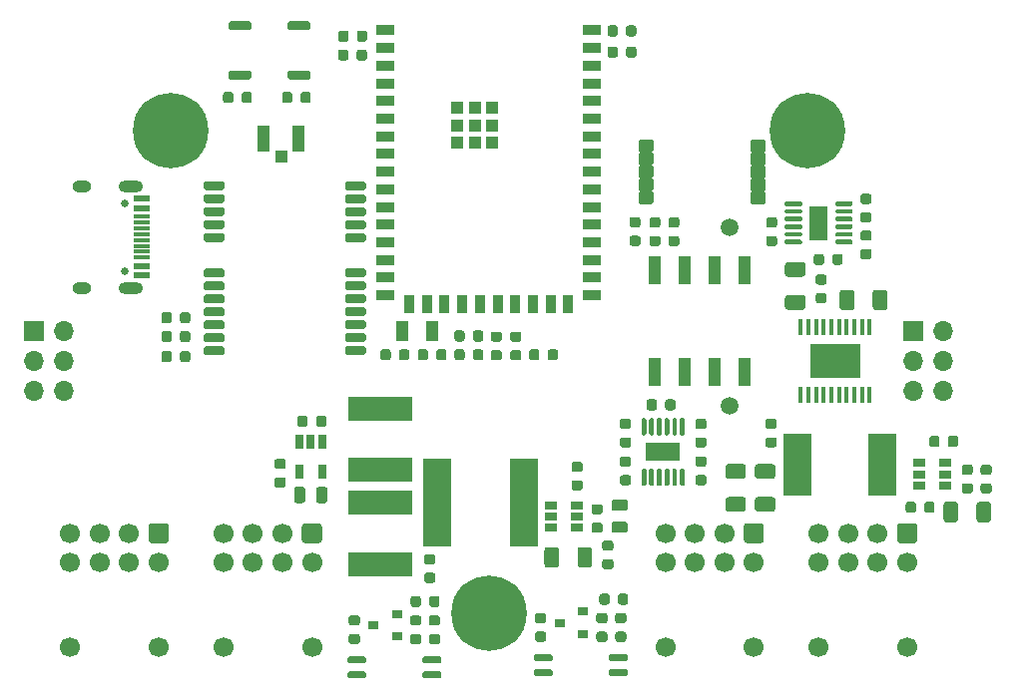
<source format=gbr>
%TF.GenerationSoftware,KiCad,Pcbnew,(5.1.10)-1*%
%TF.CreationDate,2021-07-09T14:19:08-04:00*%
%TF.ProjectId,ControlBoard,436f6e74-726f-46c4-926f-6172642e6b69,rev?*%
%TF.SameCoordinates,Original*%
%TF.FileFunction,Soldermask,Top*%
%TF.FilePolarity,Negative*%
%FSLAX46Y46*%
G04 Gerber Fmt 4.6, Leading zero omitted, Abs format (unit mm)*
G04 Created by KiCad (PCBNEW (5.1.10)-1) date 2021-07-09 14:19:08*
%MOMM*%
%LPD*%
G01*
G04 APERTURE LIST*
%ADD10R,0.900000X0.800000*%
%ADD11C,0.800000*%
%ADD12C,6.400000*%
%ADD13R,1.700000X1.700000*%
%ADD14O,1.700000X1.700000*%
%ADD15C,1.504800*%
%ADD16R,5.520000X2.000000*%
%ADD17R,1.050000X2.200000*%
%ADD18R,1.000000X1.050000*%
%ADD19C,1.700000*%
%ADD20O,1.600000X1.000000*%
%ADD21C,0.650000*%
%ADD22O,2.100000X1.000000*%
%ADD23R,1.450000X0.300000*%
%ADD24R,1.450000X0.600000*%
%ADD25R,2.413000X5.334000*%
%ADD26R,2.400000X7.500000*%
%ADD27R,1.120000X2.440000*%
%ADD28R,0.650000X1.220000*%
%ADD29R,1.650000X2.850000*%
%ADD30R,1.100000X1.100000*%
%ADD31R,1.500000X0.900000*%
%ADD32R,0.900000X1.500000*%
%ADD33R,2.850000X1.650000*%
%ADD34R,1.060000X0.650000*%
%ADD35R,1.000000X1.800000*%
%ADD36R,4.200000X3.000000*%
%ADD37R,0.410000X1.440000*%
G04 APERTURE END LIST*
%TO.C,R29*%
G36*
G01*
X154656250Y-114850000D02*
X154143750Y-114850000D01*
G75*
G02*
X153925000Y-114631250I0J218750D01*
G01*
X153925000Y-114193750D01*
G75*
G02*
X154143750Y-113975000I218750J0D01*
G01*
X154656250Y-113975000D01*
G75*
G02*
X154875000Y-114193750I0J-218750D01*
G01*
X154875000Y-114631250D01*
G75*
G02*
X154656250Y-114850000I-218750J0D01*
G01*
G37*
G36*
G01*
X154656250Y-116425000D02*
X154143750Y-116425000D01*
G75*
G02*
X153925000Y-116206250I0J218750D01*
G01*
X153925000Y-115768750D01*
G75*
G02*
X154143750Y-115550000I218750J0D01*
G01*
X154656250Y-115550000D01*
G75*
G02*
X154875000Y-115768750I0J-218750D01*
G01*
X154875000Y-116206250D01*
G75*
G02*
X154656250Y-116425000I-218750J0D01*
G01*
G37*
%TD*%
%TO.C,U14*%
G36*
G01*
X153800000Y-117915000D02*
X153800000Y-117615000D01*
G75*
G02*
X153950000Y-117465000I150000J0D01*
G01*
X155275000Y-117465000D01*
G75*
G02*
X155425000Y-117615000I0J-150000D01*
G01*
X155425000Y-117915000D01*
G75*
G02*
X155275000Y-118065000I-150000J0D01*
G01*
X153950000Y-118065000D01*
G75*
G02*
X153800000Y-117915000I0J150000D01*
G01*
G37*
G36*
G01*
X153800000Y-119185000D02*
X153800000Y-118885000D01*
G75*
G02*
X153950000Y-118735000I150000J0D01*
G01*
X155275000Y-118735000D01*
G75*
G02*
X155425000Y-118885000I0J-150000D01*
G01*
X155425000Y-119185000D01*
G75*
G02*
X155275000Y-119335000I-150000J0D01*
G01*
X153950000Y-119335000D01*
G75*
G02*
X153800000Y-119185000I0J150000D01*
G01*
G37*
G36*
G01*
X160175000Y-119185000D02*
X160175000Y-118885000D01*
G75*
G02*
X160325000Y-118735000I150000J0D01*
G01*
X161650000Y-118735000D01*
G75*
G02*
X161800000Y-118885000I0J-150000D01*
G01*
X161800000Y-119185000D01*
G75*
G02*
X161650000Y-119335000I-150000J0D01*
G01*
X160325000Y-119335000D01*
G75*
G02*
X160175000Y-119185000I0J150000D01*
G01*
G37*
G36*
G01*
X160175000Y-117915000D02*
X160175000Y-117615000D01*
G75*
G02*
X160325000Y-117465000I150000J0D01*
G01*
X161650000Y-117465000D01*
G75*
G02*
X161800000Y-117615000I0J-150000D01*
G01*
X161800000Y-117915000D01*
G75*
G02*
X161650000Y-118065000I-150000J0D01*
G01*
X160325000Y-118065000D01*
G75*
G02*
X160175000Y-117915000I0J150000D01*
G01*
G37*
%TD*%
%TO.C,R31*%
G36*
G01*
X159343750Y-113975000D02*
X159856250Y-113975000D01*
G75*
G02*
X160075000Y-114193750I0J-218750D01*
G01*
X160075000Y-114631250D01*
G75*
G02*
X159856250Y-114850000I-218750J0D01*
G01*
X159343750Y-114850000D01*
G75*
G02*
X159125000Y-114631250I0J218750D01*
G01*
X159125000Y-114193750D01*
G75*
G02*
X159343750Y-113975000I218750J0D01*
G01*
G37*
G36*
G01*
X159343750Y-115550000D02*
X159856250Y-115550000D01*
G75*
G02*
X160075000Y-115768750I0J-218750D01*
G01*
X160075000Y-116206250D01*
G75*
G02*
X159856250Y-116425000I-218750J0D01*
G01*
X159343750Y-116425000D01*
G75*
G02*
X159125000Y-116206250I0J218750D01*
G01*
X159125000Y-115768750D01*
G75*
G02*
X159343750Y-115550000I218750J0D01*
G01*
G37*
%TD*%
%TO.C,R30*%
G36*
G01*
X160943750Y-113975000D02*
X161456250Y-113975000D01*
G75*
G02*
X161675000Y-114193750I0J-218750D01*
G01*
X161675000Y-114631250D01*
G75*
G02*
X161456250Y-114850000I-218750J0D01*
G01*
X160943750Y-114850000D01*
G75*
G02*
X160725000Y-114631250I0J218750D01*
G01*
X160725000Y-114193750D01*
G75*
G02*
X160943750Y-113975000I218750J0D01*
G01*
G37*
G36*
G01*
X160943750Y-115550000D02*
X161456250Y-115550000D01*
G75*
G02*
X161675000Y-115768750I0J-218750D01*
G01*
X161675000Y-116206250D01*
G75*
G02*
X161456250Y-116425000I-218750J0D01*
G01*
X160943750Y-116425000D01*
G75*
G02*
X160725000Y-116206250I0J218750D01*
G01*
X160725000Y-115768750D01*
G75*
G02*
X160943750Y-115550000I218750J0D01*
G01*
G37*
%TD*%
D10*
%TO.C,Q1*%
X156000000Y-114800000D03*
X158000000Y-113850000D03*
X158000000Y-115750000D03*
%TD*%
%TO.C,D1*%
G36*
G01*
X160950000Y-113056250D02*
X160950000Y-112543750D01*
G75*
G02*
X161168750Y-112325000I218750J0D01*
G01*
X161606250Y-112325000D01*
G75*
G02*
X161825000Y-112543750I0J-218750D01*
G01*
X161825000Y-113056250D01*
G75*
G02*
X161606250Y-113275000I-218750J0D01*
G01*
X161168750Y-113275000D01*
G75*
G02*
X160950000Y-113056250I0J218750D01*
G01*
G37*
G36*
G01*
X159375000Y-113056250D02*
X159375000Y-112543750D01*
G75*
G02*
X159593750Y-112325000I218750J0D01*
G01*
X160031250Y-112325000D01*
G75*
G02*
X160250000Y-112543750I0J-218750D01*
G01*
X160250000Y-113056250D01*
G75*
G02*
X160031250Y-113275000I-218750J0D01*
G01*
X159593750Y-113275000D01*
G75*
G02*
X159375000Y-113056250I0J218750D01*
G01*
G37*
%TD*%
D11*
%TO.C,H1*%
X124697056Y-71302944D03*
X123000000Y-70600000D03*
X121302944Y-71302944D03*
X120600000Y-73000000D03*
X121302944Y-74697056D03*
X123000000Y-75400000D03*
X124697056Y-74697056D03*
X125400000Y-73000000D03*
D12*
X123000000Y-73000000D03*
%TD*%
%TO.C,H2*%
X177000000Y-73000000D03*
D11*
X179400000Y-73000000D03*
X178697056Y-74697056D03*
X177000000Y-75400000D03*
X175302944Y-74697056D03*
X174600000Y-73000000D03*
X175302944Y-71302944D03*
X177000000Y-70600000D03*
X178697056Y-71302944D03*
%TD*%
D12*
%TO.C,H3*%
X150000000Y-114000000D03*
D11*
X152400000Y-114000000D03*
X151697056Y-115697056D03*
X150000000Y-116400000D03*
X148302944Y-115697056D03*
X147600000Y-114000000D03*
X148302944Y-112302944D03*
X150000000Y-111600000D03*
X151697056Y-112302944D03*
%TD*%
D13*
%TO.C,J2*%
X186000000Y-90000000D03*
D14*
X188540000Y-90000000D03*
X186000000Y-92540000D03*
X188540000Y-92540000D03*
X186000000Y-95080000D03*
X188540000Y-95080000D03*
%TD*%
%TO.C,J7*%
X114000000Y-95080000D03*
X111460000Y-95080000D03*
X114000000Y-92540000D03*
X111460000Y-92540000D03*
X114000000Y-90000000D03*
D13*
X111460000Y-90000000D03*
%TD*%
D15*
%TO.C,BT1*%
X170400000Y-81200000D03*
X170400000Y-96400000D03*
%TD*%
%TO.C,C1*%
G36*
G01*
X180025000Y-83693750D02*
X180025000Y-84206250D01*
G75*
G02*
X179806250Y-84425000I-218750J0D01*
G01*
X179368750Y-84425000D01*
G75*
G02*
X179150000Y-84206250I0J218750D01*
G01*
X179150000Y-83693750D01*
G75*
G02*
X179368750Y-83475000I218750J0D01*
G01*
X179806250Y-83475000D01*
G75*
G02*
X180025000Y-83693750I0J-218750D01*
G01*
G37*
G36*
G01*
X178450000Y-83693750D02*
X178450000Y-84206250D01*
G75*
G02*
X178231250Y-84425000I-218750J0D01*
G01*
X177793750Y-84425000D01*
G75*
G02*
X177575000Y-84206250I0J218750D01*
G01*
X177575000Y-83693750D01*
G75*
G02*
X177793750Y-83475000I218750J0D01*
G01*
X178231250Y-83475000D01*
G75*
G02*
X178450000Y-83693750I0J-218750D01*
G01*
G37*
%TD*%
%TO.C,C2*%
G36*
G01*
X138112500Y-64743750D02*
X138112500Y-65256250D01*
G75*
G02*
X137893750Y-65475000I-218750J0D01*
G01*
X137456250Y-65475000D01*
G75*
G02*
X137237500Y-65256250I0J218750D01*
G01*
X137237500Y-64743750D01*
G75*
G02*
X137456250Y-64525000I218750J0D01*
G01*
X137893750Y-64525000D01*
G75*
G02*
X138112500Y-64743750I0J-218750D01*
G01*
G37*
G36*
G01*
X139687500Y-64743750D02*
X139687500Y-65256250D01*
G75*
G02*
X139468750Y-65475000I-218750J0D01*
G01*
X139031250Y-65475000D01*
G75*
G02*
X138812500Y-65256250I0J218750D01*
G01*
X138812500Y-64743750D01*
G75*
G02*
X139031250Y-64525000I218750J0D01*
G01*
X139468750Y-64525000D01*
G75*
G02*
X139687500Y-64743750I0J-218750D01*
G01*
G37*
%TD*%
%TO.C,C3*%
G36*
G01*
X135350000Y-97956250D02*
X135350000Y-97443750D01*
G75*
G02*
X135568750Y-97225000I218750J0D01*
G01*
X136006250Y-97225000D01*
G75*
G02*
X136225000Y-97443750I0J-218750D01*
G01*
X136225000Y-97956250D01*
G75*
G02*
X136006250Y-98175000I-218750J0D01*
G01*
X135568750Y-98175000D01*
G75*
G02*
X135350000Y-97956250I0J218750D01*
G01*
G37*
G36*
G01*
X133775000Y-97956250D02*
X133775000Y-97443750D01*
G75*
G02*
X133993750Y-97225000I218750J0D01*
G01*
X134431250Y-97225000D01*
G75*
G02*
X134650000Y-97443750I0J-218750D01*
G01*
X134650000Y-97956250D01*
G75*
G02*
X134431250Y-98175000I-218750J0D01*
G01*
X133993750Y-98175000D01*
G75*
G02*
X133775000Y-97956250I0J218750D01*
G01*
G37*
%TD*%
%TO.C,C4*%
G36*
G01*
X142387500Y-92306250D02*
X142387500Y-91793750D01*
G75*
G02*
X142606250Y-91575000I218750J0D01*
G01*
X143043750Y-91575000D01*
G75*
G02*
X143262500Y-91793750I0J-218750D01*
G01*
X143262500Y-92306250D01*
G75*
G02*
X143043750Y-92525000I-218750J0D01*
G01*
X142606250Y-92525000D01*
G75*
G02*
X142387500Y-92306250I0J218750D01*
G01*
G37*
G36*
G01*
X140812500Y-92306250D02*
X140812500Y-91793750D01*
G75*
G02*
X141031250Y-91575000I218750J0D01*
G01*
X141468750Y-91575000D01*
G75*
G02*
X141687500Y-91793750I0J-218750D01*
G01*
X141687500Y-92306250D01*
G75*
G02*
X141468750Y-92525000I-218750J0D01*
G01*
X141031250Y-92525000D01*
G75*
G02*
X140812500Y-92306250I0J218750D01*
G01*
G37*
%TD*%
%TO.C,C5*%
G36*
G01*
X143975000Y-92306250D02*
X143975000Y-91793750D01*
G75*
G02*
X144193750Y-91575000I218750J0D01*
G01*
X144631250Y-91575000D01*
G75*
G02*
X144850000Y-91793750I0J-218750D01*
G01*
X144850000Y-92306250D01*
G75*
G02*
X144631250Y-92525000I-218750J0D01*
G01*
X144193750Y-92525000D01*
G75*
G02*
X143975000Y-92306250I0J218750D01*
G01*
G37*
G36*
G01*
X145550000Y-92306250D02*
X145550000Y-91793750D01*
G75*
G02*
X145768750Y-91575000I218750J0D01*
G01*
X146206250Y-91575000D01*
G75*
G02*
X146425000Y-91793750I0J-218750D01*
G01*
X146425000Y-92306250D01*
G75*
G02*
X146206250Y-92525000I-218750J0D01*
G01*
X145768750Y-92525000D01*
G75*
G02*
X145550000Y-92306250I0J218750D01*
G01*
G37*
%TD*%
%TO.C,C6*%
G36*
G01*
X129037500Y-70456250D02*
X129037500Y-69943750D01*
G75*
G02*
X129256250Y-69725000I218750J0D01*
G01*
X129693750Y-69725000D01*
G75*
G02*
X129912500Y-69943750I0J-218750D01*
G01*
X129912500Y-70456250D01*
G75*
G02*
X129693750Y-70675000I-218750J0D01*
G01*
X129256250Y-70675000D01*
G75*
G02*
X129037500Y-70456250I0J218750D01*
G01*
G37*
G36*
G01*
X127462500Y-70456250D02*
X127462500Y-69943750D01*
G75*
G02*
X127681250Y-69725000I218750J0D01*
G01*
X128118750Y-69725000D01*
G75*
G02*
X128337500Y-69943750I0J-218750D01*
G01*
X128337500Y-70456250D01*
G75*
G02*
X128118750Y-70675000I-218750J0D01*
G01*
X127681250Y-70675000D01*
G75*
G02*
X127462500Y-70456250I0J218750D01*
G01*
G37*
%TD*%
%TO.C,C7*%
G36*
G01*
X139675000Y-66343750D02*
X139675000Y-66856250D01*
G75*
G02*
X139456250Y-67075000I-218750J0D01*
G01*
X139018750Y-67075000D01*
G75*
G02*
X138800000Y-66856250I0J218750D01*
G01*
X138800000Y-66343750D01*
G75*
G02*
X139018750Y-66125000I218750J0D01*
G01*
X139456250Y-66125000D01*
G75*
G02*
X139675000Y-66343750I0J-218750D01*
G01*
G37*
G36*
G01*
X138100000Y-66343750D02*
X138100000Y-66856250D01*
G75*
G02*
X137881250Y-67075000I-218750J0D01*
G01*
X137443750Y-67075000D01*
G75*
G02*
X137225000Y-66856250I0J218750D01*
G01*
X137225000Y-66343750D01*
G75*
G02*
X137443750Y-66125000I218750J0D01*
G01*
X137881250Y-66125000D01*
G75*
G02*
X138100000Y-66343750I0J-218750D01*
G01*
G37*
%TD*%
%TO.C,C10*%
G36*
G01*
X132462500Y-70456250D02*
X132462500Y-69943750D01*
G75*
G02*
X132681250Y-69725000I218750J0D01*
G01*
X133118750Y-69725000D01*
G75*
G02*
X133337500Y-69943750I0J-218750D01*
G01*
X133337500Y-70456250D01*
G75*
G02*
X133118750Y-70675000I-218750J0D01*
G01*
X132681250Y-70675000D01*
G75*
G02*
X132462500Y-70456250I0J218750D01*
G01*
G37*
G36*
G01*
X134037500Y-70456250D02*
X134037500Y-69943750D01*
G75*
G02*
X134256250Y-69725000I218750J0D01*
G01*
X134693750Y-69725000D01*
G75*
G02*
X134912500Y-69943750I0J-218750D01*
G01*
X134912500Y-70456250D01*
G75*
G02*
X134693750Y-70675000I-218750J0D01*
G01*
X134256250Y-70675000D01*
G75*
G02*
X134037500Y-70456250I0J218750D01*
G01*
G37*
%TD*%
%TO.C,C11*%
G36*
G01*
X132556250Y-103325000D02*
X132043750Y-103325000D01*
G75*
G02*
X131825000Y-103106250I0J218750D01*
G01*
X131825000Y-102668750D01*
G75*
G02*
X132043750Y-102450000I218750J0D01*
G01*
X132556250Y-102450000D01*
G75*
G02*
X132775000Y-102668750I0J-218750D01*
G01*
X132775000Y-103106250D01*
G75*
G02*
X132556250Y-103325000I-218750J0D01*
G01*
G37*
G36*
G01*
X132556250Y-101750000D02*
X132043750Y-101750000D01*
G75*
G02*
X131825000Y-101531250I0J218750D01*
G01*
X131825000Y-101093750D01*
G75*
G02*
X132043750Y-100875000I218750J0D01*
G01*
X132556250Y-100875000D01*
G75*
G02*
X132775000Y-101093750I0J-218750D01*
G01*
X132775000Y-101531250D01*
G75*
G02*
X132556250Y-101750000I-218750J0D01*
G01*
G37*
%TD*%
%TO.C,C12*%
G36*
G01*
X173743750Y-80375000D02*
X174256250Y-80375000D01*
G75*
G02*
X174475000Y-80593750I0J-218750D01*
G01*
X174475000Y-81031250D01*
G75*
G02*
X174256250Y-81250000I-218750J0D01*
G01*
X173743750Y-81250000D01*
G75*
G02*
X173525000Y-81031250I0J218750D01*
G01*
X173525000Y-80593750D01*
G75*
G02*
X173743750Y-80375000I218750J0D01*
G01*
G37*
G36*
G01*
X173743750Y-81950000D02*
X174256250Y-81950000D01*
G75*
G02*
X174475000Y-82168750I0J-218750D01*
G01*
X174475000Y-82606250D01*
G75*
G02*
X174256250Y-82825000I-218750J0D01*
G01*
X173743750Y-82825000D01*
G75*
G02*
X173525000Y-82606250I0J218750D01*
G01*
X173525000Y-82168750D01*
G75*
G02*
X173743750Y-81950000I218750J0D01*
G01*
G37*
%TD*%
%TO.C,C14*%
G36*
G01*
X155875000Y-91793750D02*
X155875000Y-92306250D01*
G75*
G02*
X155656250Y-92525000I-218750J0D01*
G01*
X155218750Y-92525000D01*
G75*
G02*
X155000000Y-92306250I0J218750D01*
G01*
X155000000Y-91793750D01*
G75*
G02*
X155218750Y-91575000I218750J0D01*
G01*
X155656250Y-91575000D01*
G75*
G02*
X155875000Y-91793750I0J-218750D01*
G01*
G37*
G36*
G01*
X154300000Y-91793750D02*
X154300000Y-92306250D01*
G75*
G02*
X154081250Y-92525000I-218750J0D01*
G01*
X153643750Y-92525000D01*
G75*
G02*
X153425000Y-92306250I0J218750D01*
G01*
X153425000Y-91793750D01*
G75*
G02*
X153643750Y-91575000I218750J0D01*
G01*
X154081250Y-91575000D01*
G75*
G02*
X154300000Y-91793750I0J-218750D01*
G01*
G37*
%TD*%
%TO.C,C15*%
G36*
G01*
X147962500Y-91793750D02*
X147962500Y-92306250D01*
G75*
G02*
X147743750Y-92525000I-218750J0D01*
G01*
X147306250Y-92525000D01*
G75*
G02*
X147087500Y-92306250I0J218750D01*
G01*
X147087500Y-91793750D01*
G75*
G02*
X147306250Y-91575000I218750J0D01*
G01*
X147743750Y-91575000D01*
G75*
G02*
X147962500Y-91793750I0J-218750D01*
G01*
G37*
G36*
G01*
X149537500Y-91793750D02*
X149537500Y-92306250D01*
G75*
G02*
X149318750Y-92525000I-218750J0D01*
G01*
X148881250Y-92525000D01*
G75*
G02*
X148662500Y-92306250I0J218750D01*
G01*
X148662500Y-91793750D01*
G75*
G02*
X148881250Y-91575000I218750J0D01*
G01*
X149318750Y-91575000D01*
G75*
G02*
X149537500Y-91793750I0J-218750D01*
G01*
G37*
%TD*%
%TO.C,C16*%
G36*
G01*
X162525000Y-64293750D02*
X162525000Y-64806250D01*
G75*
G02*
X162306250Y-65025000I-218750J0D01*
G01*
X161868750Y-65025000D01*
G75*
G02*
X161650000Y-64806250I0J218750D01*
G01*
X161650000Y-64293750D01*
G75*
G02*
X161868750Y-64075000I218750J0D01*
G01*
X162306250Y-64075000D01*
G75*
G02*
X162525000Y-64293750I0J-218750D01*
G01*
G37*
G36*
G01*
X160950000Y-64293750D02*
X160950000Y-64806250D01*
G75*
G02*
X160731250Y-65025000I-218750J0D01*
G01*
X160293750Y-65025000D01*
G75*
G02*
X160075000Y-64806250I0J218750D01*
G01*
X160075000Y-64293750D01*
G75*
G02*
X160293750Y-64075000I218750J0D01*
G01*
X160731250Y-64075000D01*
G75*
G02*
X160950000Y-64293750I0J-218750D01*
G01*
G37*
%TD*%
%TO.C,C17*%
G36*
G01*
X182575000Y-88025000D02*
X182575000Y-86775000D01*
G75*
G02*
X182825000Y-86525000I250000J0D01*
G01*
X183575000Y-86525000D01*
G75*
G02*
X183825000Y-86775000I0J-250000D01*
G01*
X183825000Y-88025000D01*
G75*
G02*
X183575000Y-88275000I-250000J0D01*
G01*
X182825000Y-88275000D01*
G75*
G02*
X182575000Y-88025000I0J250000D01*
G01*
G37*
G36*
G01*
X179775000Y-88025000D02*
X179775000Y-86775000D01*
G75*
G02*
X180025000Y-86525000I250000J0D01*
G01*
X180775000Y-86525000D01*
G75*
G02*
X181025000Y-86775000I0J-250000D01*
G01*
X181025000Y-88025000D01*
G75*
G02*
X180775000Y-88275000I-250000J0D01*
G01*
X180025000Y-88275000D01*
G75*
G02*
X179775000Y-88025000I0J250000D01*
G01*
G37*
%TD*%
%TO.C,C18*%
G36*
G01*
X161856250Y-99925000D02*
X161343750Y-99925000D01*
G75*
G02*
X161125000Y-99706250I0J218750D01*
G01*
X161125000Y-99268750D01*
G75*
G02*
X161343750Y-99050000I218750J0D01*
G01*
X161856250Y-99050000D01*
G75*
G02*
X162075000Y-99268750I0J-218750D01*
G01*
X162075000Y-99706250D01*
G75*
G02*
X161856250Y-99925000I-218750J0D01*
G01*
G37*
G36*
G01*
X161856250Y-98350000D02*
X161343750Y-98350000D01*
G75*
G02*
X161125000Y-98131250I0J218750D01*
G01*
X161125000Y-97693750D01*
G75*
G02*
X161343750Y-97475000I218750J0D01*
G01*
X161856250Y-97475000D01*
G75*
G02*
X162075000Y-97693750I0J-218750D01*
G01*
X162075000Y-98131250D01*
G75*
G02*
X161856250Y-98350000I-218750J0D01*
G01*
G37*
%TD*%
%TO.C,C19*%
G36*
G01*
X162143750Y-81937500D02*
X162656250Y-81937500D01*
G75*
G02*
X162875000Y-82156250I0J-218750D01*
G01*
X162875000Y-82593750D01*
G75*
G02*
X162656250Y-82812500I-218750J0D01*
G01*
X162143750Y-82812500D01*
G75*
G02*
X161925000Y-82593750I0J218750D01*
G01*
X161925000Y-82156250D01*
G75*
G02*
X162143750Y-81937500I218750J0D01*
G01*
G37*
G36*
G01*
X162143750Y-80362500D02*
X162656250Y-80362500D01*
G75*
G02*
X162875000Y-80581250I0J-218750D01*
G01*
X162875000Y-81018750D01*
G75*
G02*
X162656250Y-81237500I-218750J0D01*
G01*
X162143750Y-81237500D01*
G75*
G02*
X161925000Y-81018750I0J218750D01*
G01*
X161925000Y-80581250D01*
G75*
G02*
X162143750Y-80362500I218750J0D01*
G01*
G37*
%TD*%
%TO.C,C22*%
G36*
G01*
X165443750Y-80375000D02*
X165956250Y-80375000D01*
G75*
G02*
X166175000Y-80593750I0J-218750D01*
G01*
X166175000Y-81031250D01*
G75*
G02*
X165956250Y-81250000I-218750J0D01*
G01*
X165443750Y-81250000D01*
G75*
G02*
X165225000Y-81031250I0J218750D01*
G01*
X165225000Y-80593750D01*
G75*
G02*
X165443750Y-80375000I218750J0D01*
G01*
G37*
G36*
G01*
X165443750Y-81950000D02*
X165956250Y-81950000D01*
G75*
G02*
X166175000Y-82168750I0J-218750D01*
G01*
X166175000Y-82606250D01*
G75*
G02*
X165956250Y-82825000I-218750J0D01*
G01*
X165443750Y-82825000D01*
G75*
G02*
X165225000Y-82606250I0J218750D01*
G01*
X165225000Y-82168750D01*
G75*
G02*
X165443750Y-81950000I218750J0D01*
G01*
G37*
%TD*%
%TO.C,C24*%
G36*
G01*
X163843750Y-80375000D02*
X164356250Y-80375000D01*
G75*
G02*
X164575000Y-80593750I0J-218750D01*
G01*
X164575000Y-81031250D01*
G75*
G02*
X164356250Y-81250000I-218750J0D01*
G01*
X163843750Y-81250000D01*
G75*
G02*
X163625000Y-81031250I0J218750D01*
G01*
X163625000Y-80593750D01*
G75*
G02*
X163843750Y-80375000I218750J0D01*
G01*
G37*
G36*
G01*
X163843750Y-81950000D02*
X164356250Y-81950000D01*
G75*
G02*
X164575000Y-82168750I0J-218750D01*
G01*
X164575000Y-82606250D01*
G75*
G02*
X164356250Y-82825000I-218750J0D01*
G01*
X163843750Y-82825000D01*
G75*
G02*
X163625000Y-82606250I0J218750D01*
G01*
X163625000Y-82168750D01*
G75*
G02*
X163843750Y-81950000I218750J0D01*
G01*
G37*
%TD*%
%TO.C,C26*%
G36*
G01*
X124675000Y-90243750D02*
X124675000Y-90756250D01*
G75*
G02*
X124456250Y-90975000I-218750J0D01*
G01*
X124018750Y-90975000D01*
G75*
G02*
X123800000Y-90756250I0J218750D01*
G01*
X123800000Y-90243750D01*
G75*
G02*
X124018750Y-90025000I218750J0D01*
G01*
X124456250Y-90025000D01*
G75*
G02*
X124675000Y-90243750I0J-218750D01*
G01*
G37*
G36*
G01*
X123100000Y-90243750D02*
X123100000Y-90756250D01*
G75*
G02*
X122881250Y-90975000I-218750J0D01*
G01*
X122443750Y-90975000D01*
G75*
G02*
X122225000Y-90756250I0J218750D01*
G01*
X122225000Y-90243750D01*
G75*
G02*
X122443750Y-90025000I218750J0D01*
G01*
X122881250Y-90025000D01*
G75*
G02*
X123100000Y-90243750I0J-218750D01*
G01*
G37*
%TD*%
%TO.C,C27*%
G36*
G01*
X164262500Y-96043750D02*
X164262500Y-96556250D01*
G75*
G02*
X164043750Y-96775000I-218750J0D01*
G01*
X163606250Y-96775000D01*
G75*
G02*
X163387500Y-96556250I0J218750D01*
G01*
X163387500Y-96043750D01*
G75*
G02*
X163606250Y-95825000I218750J0D01*
G01*
X164043750Y-95825000D01*
G75*
G02*
X164262500Y-96043750I0J-218750D01*
G01*
G37*
G36*
G01*
X165837500Y-96043750D02*
X165837500Y-96556250D01*
G75*
G02*
X165618750Y-96775000I-218750J0D01*
G01*
X165181250Y-96775000D01*
G75*
G02*
X164962500Y-96556250I0J218750D01*
G01*
X164962500Y-96043750D01*
G75*
G02*
X165181250Y-95825000I218750J0D01*
G01*
X165618750Y-95825000D01*
G75*
G02*
X165837500Y-96043750I0J-218750D01*
G01*
G37*
%TD*%
%TO.C,C29*%
G36*
G01*
X123100000Y-88643750D02*
X123100000Y-89156250D01*
G75*
G02*
X122881250Y-89375000I-218750J0D01*
G01*
X122443750Y-89375000D01*
G75*
G02*
X122225000Y-89156250I0J218750D01*
G01*
X122225000Y-88643750D01*
G75*
G02*
X122443750Y-88425000I218750J0D01*
G01*
X122881250Y-88425000D01*
G75*
G02*
X123100000Y-88643750I0J-218750D01*
G01*
G37*
G36*
G01*
X124675000Y-88643750D02*
X124675000Y-89156250D01*
G75*
G02*
X124456250Y-89375000I-218750J0D01*
G01*
X124018750Y-89375000D01*
G75*
G02*
X123800000Y-89156250I0J218750D01*
G01*
X123800000Y-88643750D01*
G75*
G02*
X124018750Y-88425000I218750J0D01*
G01*
X124456250Y-88425000D01*
G75*
G02*
X124675000Y-88643750I0J-218750D01*
G01*
G37*
%TD*%
%TO.C,C31*%
G36*
G01*
X124675000Y-91943750D02*
X124675000Y-92456250D01*
G75*
G02*
X124456250Y-92675000I-218750J0D01*
G01*
X124018750Y-92675000D01*
G75*
G02*
X123800000Y-92456250I0J218750D01*
G01*
X123800000Y-91943750D01*
G75*
G02*
X124018750Y-91725000I218750J0D01*
G01*
X124456250Y-91725000D01*
G75*
G02*
X124675000Y-91943750I0J-218750D01*
G01*
G37*
G36*
G01*
X123100000Y-91943750D02*
X123100000Y-92456250D01*
G75*
G02*
X122881250Y-92675000I-218750J0D01*
G01*
X122443750Y-92675000D01*
G75*
G02*
X122225000Y-92456250I0J218750D01*
G01*
X122225000Y-91943750D01*
G75*
G02*
X122443750Y-91725000I218750J0D01*
G01*
X122881250Y-91725000D01*
G75*
G02*
X123100000Y-91943750I0J-218750D01*
G01*
G37*
%TD*%
%TO.C,C33*%
G36*
G01*
X189825000Y-104775000D02*
X189825000Y-106025000D01*
G75*
G02*
X189575000Y-106275000I-250000J0D01*
G01*
X188825000Y-106275000D01*
G75*
G02*
X188575000Y-106025000I0J250000D01*
G01*
X188575000Y-104775000D01*
G75*
G02*
X188825000Y-104525000I250000J0D01*
G01*
X189575000Y-104525000D01*
G75*
G02*
X189825000Y-104775000I0J-250000D01*
G01*
G37*
G36*
G01*
X192625000Y-104775000D02*
X192625000Y-106025000D01*
G75*
G02*
X192375000Y-106275000I-250000J0D01*
G01*
X191625000Y-106275000D01*
G75*
G02*
X191375000Y-106025000I0J250000D01*
G01*
X191375000Y-104775000D01*
G75*
G02*
X191625000Y-104525000I250000J0D01*
G01*
X192375000Y-104525000D01*
G75*
G02*
X192625000Y-104775000I0J-250000D01*
G01*
G37*
%TD*%
%TO.C,C34*%
G36*
G01*
X186950000Y-105256250D02*
X186950000Y-104743750D01*
G75*
G02*
X187168750Y-104525000I218750J0D01*
G01*
X187606250Y-104525000D01*
G75*
G02*
X187825000Y-104743750I0J-218750D01*
G01*
X187825000Y-105256250D01*
G75*
G02*
X187606250Y-105475000I-218750J0D01*
G01*
X187168750Y-105475000D01*
G75*
G02*
X186950000Y-105256250I0J218750D01*
G01*
G37*
G36*
G01*
X185375000Y-105256250D02*
X185375000Y-104743750D01*
G75*
G02*
X185593750Y-104525000I218750J0D01*
G01*
X186031250Y-104525000D01*
G75*
G02*
X186250000Y-104743750I0J-218750D01*
G01*
X186250000Y-105256250D01*
G75*
G02*
X186031250Y-105475000I-218750J0D01*
G01*
X185593750Y-105475000D01*
G75*
G02*
X185375000Y-105256250I0J218750D01*
G01*
G37*
%TD*%
%TO.C,C35*%
G36*
G01*
X188250000Y-99143750D02*
X188250000Y-99656250D01*
G75*
G02*
X188031250Y-99875000I-218750J0D01*
G01*
X187593750Y-99875000D01*
G75*
G02*
X187375000Y-99656250I0J218750D01*
G01*
X187375000Y-99143750D01*
G75*
G02*
X187593750Y-98925000I218750J0D01*
G01*
X188031250Y-98925000D01*
G75*
G02*
X188250000Y-99143750I0J-218750D01*
G01*
G37*
G36*
G01*
X189825000Y-99143750D02*
X189825000Y-99656250D01*
G75*
G02*
X189606250Y-99875000I-218750J0D01*
G01*
X189168750Y-99875000D01*
G75*
G02*
X188950000Y-99656250I0J218750D01*
G01*
X188950000Y-99143750D01*
G75*
G02*
X189168750Y-98925000I218750J0D01*
G01*
X189606250Y-98925000D01*
G75*
G02*
X189825000Y-99143750I0J-218750D01*
G01*
G37*
%TD*%
%TO.C,C36*%
G36*
G01*
X171575000Y-105375000D02*
X170325000Y-105375000D01*
G75*
G02*
X170075000Y-105125000I0J250000D01*
G01*
X170075000Y-104375000D01*
G75*
G02*
X170325000Y-104125000I250000J0D01*
G01*
X171575000Y-104125000D01*
G75*
G02*
X171825000Y-104375000I0J-250000D01*
G01*
X171825000Y-105125000D01*
G75*
G02*
X171575000Y-105375000I-250000J0D01*
G01*
G37*
G36*
G01*
X171575000Y-102575000D02*
X170325000Y-102575000D01*
G75*
G02*
X170075000Y-102325000I0J250000D01*
G01*
X170075000Y-101575000D01*
G75*
G02*
X170325000Y-101325000I250000J0D01*
G01*
X171575000Y-101325000D01*
G75*
G02*
X171825000Y-101575000I0J-250000D01*
G01*
X171825000Y-102325000D01*
G75*
G02*
X171575000Y-102575000I-250000J0D01*
G01*
G37*
%TD*%
%TO.C,C37*%
G36*
G01*
X174075000Y-105375000D02*
X172825000Y-105375000D01*
G75*
G02*
X172575000Y-105125000I0J250000D01*
G01*
X172575000Y-104375000D01*
G75*
G02*
X172825000Y-104125000I250000J0D01*
G01*
X174075000Y-104125000D01*
G75*
G02*
X174325000Y-104375000I0J-250000D01*
G01*
X174325000Y-105125000D01*
G75*
G02*
X174075000Y-105375000I-250000J0D01*
G01*
G37*
G36*
G01*
X174075000Y-102575000D02*
X172825000Y-102575000D01*
G75*
G02*
X172575000Y-102325000I0J250000D01*
G01*
X172575000Y-101575000D01*
G75*
G02*
X172825000Y-101325000I250000J0D01*
G01*
X174075000Y-101325000D01*
G75*
G02*
X174325000Y-101575000I0J-250000D01*
G01*
X174325000Y-102325000D01*
G75*
G02*
X174075000Y-102575000I-250000J0D01*
G01*
G37*
%TD*%
%TO.C,C38*%
G36*
G01*
X158775000Y-108625000D02*
X158775000Y-109875000D01*
G75*
G02*
X158525000Y-110125000I-250000J0D01*
G01*
X157775000Y-110125000D01*
G75*
G02*
X157525000Y-109875000I0J250000D01*
G01*
X157525000Y-108625000D01*
G75*
G02*
X157775000Y-108375000I250000J0D01*
G01*
X158525000Y-108375000D01*
G75*
G02*
X158775000Y-108625000I0J-250000D01*
G01*
G37*
G36*
G01*
X155975000Y-108625000D02*
X155975000Y-109875000D01*
G75*
G02*
X155725000Y-110125000I-250000J0D01*
G01*
X154975000Y-110125000D01*
G75*
G02*
X154725000Y-109875000I0J250000D01*
G01*
X154725000Y-108625000D01*
G75*
G02*
X154975000Y-108375000I250000J0D01*
G01*
X155725000Y-108375000D01*
G75*
G02*
X155975000Y-108625000I0J-250000D01*
G01*
G37*
%TD*%
%TO.C,C39*%
G36*
G01*
X157243750Y-102700000D02*
X157756250Y-102700000D01*
G75*
G02*
X157975000Y-102918750I0J-218750D01*
G01*
X157975000Y-103356250D01*
G75*
G02*
X157756250Y-103575000I-218750J0D01*
G01*
X157243750Y-103575000D01*
G75*
G02*
X157025000Y-103356250I0J218750D01*
G01*
X157025000Y-102918750D01*
G75*
G02*
X157243750Y-102700000I218750J0D01*
G01*
G37*
G36*
G01*
X157243750Y-101125000D02*
X157756250Y-101125000D01*
G75*
G02*
X157975000Y-101343750I0J-218750D01*
G01*
X157975000Y-101781250D01*
G75*
G02*
X157756250Y-102000000I-218750J0D01*
G01*
X157243750Y-102000000D01*
G75*
G02*
X157025000Y-101781250I0J218750D01*
G01*
X157025000Y-101343750D01*
G75*
G02*
X157243750Y-101125000I218750J0D01*
G01*
G37*
%TD*%
%TO.C,C40*%
G36*
G01*
X160643750Y-104325000D02*
X161556250Y-104325000D01*
G75*
G02*
X161800000Y-104568750I0J-243750D01*
G01*
X161800000Y-105056250D01*
G75*
G02*
X161556250Y-105300000I-243750J0D01*
G01*
X160643750Y-105300000D01*
G75*
G02*
X160400000Y-105056250I0J243750D01*
G01*
X160400000Y-104568750D01*
G75*
G02*
X160643750Y-104325000I243750J0D01*
G01*
G37*
G36*
G01*
X160643750Y-106200000D02*
X161556250Y-106200000D01*
G75*
G02*
X161800000Y-106443750I0J-243750D01*
G01*
X161800000Y-106931250D01*
G75*
G02*
X161556250Y-107175000I-243750J0D01*
G01*
X160643750Y-107175000D01*
G75*
G02*
X160400000Y-106931250I0J243750D01*
G01*
X160400000Y-106443750D01*
G75*
G02*
X160643750Y-106200000I243750J0D01*
G01*
G37*
%TD*%
D16*
%TO.C,C41*%
X140800000Y-101803000D03*
X140800000Y-96597000D03*
%TD*%
%TO.C,C43*%
X140800000Y-109803000D03*
X140800000Y-104597000D03*
%TD*%
%TO.C,D2*%
G36*
G01*
X144950000Y-113256250D02*
X144950000Y-112743750D01*
G75*
G02*
X145168750Y-112525000I218750J0D01*
G01*
X145606250Y-112525000D01*
G75*
G02*
X145825000Y-112743750I0J-218750D01*
G01*
X145825000Y-113256250D01*
G75*
G02*
X145606250Y-113475000I-218750J0D01*
G01*
X145168750Y-113475000D01*
G75*
G02*
X144950000Y-113256250I0J218750D01*
G01*
G37*
G36*
G01*
X143375000Y-113256250D02*
X143375000Y-112743750D01*
G75*
G02*
X143593750Y-112525000I218750J0D01*
G01*
X144031250Y-112525000D01*
G75*
G02*
X144250000Y-112743750I0J-218750D01*
G01*
X144250000Y-113256250D01*
G75*
G02*
X144031250Y-113475000I-218750J0D01*
G01*
X143593750Y-113475000D01*
G75*
G02*
X143375000Y-113256250I0J218750D01*
G01*
G37*
%TD*%
%TO.C,F1*%
G36*
G01*
X177943750Y-86800000D02*
X178456250Y-86800000D01*
G75*
G02*
X178675000Y-87018750I0J-218750D01*
G01*
X178675000Y-87456250D01*
G75*
G02*
X178456250Y-87675000I-218750J0D01*
G01*
X177943750Y-87675000D01*
G75*
G02*
X177725000Y-87456250I0J218750D01*
G01*
X177725000Y-87018750D01*
G75*
G02*
X177943750Y-86800000I218750J0D01*
G01*
G37*
G36*
G01*
X177943750Y-85225000D02*
X178456250Y-85225000D01*
G75*
G02*
X178675000Y-85443750I0J-218750D01*
G01*
X178675000Y-85881250D01*
G75*
G02*
X178456250Y-86100000I-218750J0D01*
G01*
X177943750Y-86100000D01*
G75*
G02*
X177725000Y-85881250I0J218750D01*
G01*
X177725000Y-85443750D01*
G75*
G02*
X177943750Y-85225000I218750J0D01*
G01*
G37*
%TD*%
%TO.C,F2*%
G36*
G01*
X168256250Y-99925000D02*
X167743750Y-99925000D01*
G75*
G02*
X167525000Y-99706250I0J218750D01*
G01*
X167525000Y-99268750D01*
G75*
G02*
X167743750Y-99050000I218750J0D01*
G01*
X168256250Y-99050000D01*
G75*
G02*
X168475000Y-99268750I0J-218750D01*
G01*
X168475000Y-99706250D01*
G75*
G02*
X168256250Y-99925000I-218750J0D01*
G01*
G37*
G36*
G01*
X168256250Y-98350000D02*
X167743750Y-98350000D01*
G75*
G02*
X167525000Y-98131250I0J218750D01*
G01*
X167525000Y-97693750D01*
G75*
G02*
X167743750Y-97475000I218750J0D01*
G01*
X168256250Y-97475000D01*
G75*
G02*
X168475000Y-97693750I0J-218750D01*
G01*
X168475000Y-98131250D01*
G75*
G02*
X168256250Y-98350000I-218750J0D01*
G01*
G37*
%TD*%
%TO.C,F3*%
G36*
G01*
X173693750Y-97475000D02*
X174206250Y-97475000D01*
G75*
G02*
X174425000Y-97693750I0J-218750D01*
G01*
X174425000Y-98131250D01*
G75*
G02*
X174206250Y-98350000I-218750J0D01*
G01*
X173693750Y-98350000D01*
G75*
G02*
X173475000Y-98131250I0J218750D01*
G01*
X173475000Y-97693750D01*
G75*
G02*
X173693750Y-97475000I218750J0D01*
G01*
G37*
G36*
G01*
X173693750Y-99050000D02*
X174206250Y-99050000D01*
G75*
G02*
X174425000Y-99268750I0J-218750D01*
G01*
X174425000Y-99706250D01*
G75*
G02*
X174206250Y-99925000I-218750J0D01*
G01*
X173693750Y-99925000D01*
G75*
G02*
X173475000Y-99706250I0J218750D01*
G01*
X173475000Y-99268750D01*
G75*
G02*
X173693750Y-99050000I218750J0D01*
G01*
G37*
%TD*%
%TO.C,F4*%
G36*
G01*
X145256250Y-111425000D02*
X144743750Y-111425000D01*
G75*
G02*
X144525000Y-111206250I0J218750D01*
G01*
X144525000Y-110768750D01*
G75*
G02*
X144743750Y-110550000I218750J0D01*
G01*
X145256250Y-110550000D01*
G75*
G02*
X145475000Y-110768750I0J-218750D01*
G01*
X145475000Y-111206250D01*
G75*
G02*
X145256250Y-111425000I-218750J0D01*
G01*
G37*
G36*
G01*
X145256250Y-109850000D02*
X144743750Y-109850000D01*
G75*
G02*
X144525000Y-109631250I0J218750D01*
G01*
X144525000Y-109193750D01*
G75*
G02*
X144743750Y-108975000I218750J0D01*
G01*
X145256250Y-108975000D01*
G75*
G02*
X145475000Y-109193750I0J-218750D01*
G01*
X145475000Y-109631250D01*
G75*
G02*
X145256250Y-109850000I-218750J0D01*
G01*
G37*
%TD*%
D17*
%TO.C,J1*%
X133875000Y-73675000D03*
D18*
X132400000Y-75200000D03*
D17*
X130925000Y-73675000D03*
%TD*%
%TO.C,J3*%
G36*
G01*
X134400000Y-106350000D02*
X135600000Y-106350000D01*
G75*
G02*
X135850000Y-106600000I0J-250000D01*
G01*
X135850000Y-107800000D01*
G75*
G02*
X135600000Y-108050000I-250000J0D01*
G01*
X134400000Y-108050000D01*
G75*
G02*
X134150000Y-107800000I0J250000D01*
G01*
X134150000Y-106600000D01*
G75*
G02*
X134400000Y-106350000I250000J0D01*
G01*
G37*
D19*
X132500000Y-107200000D03*
X130000000Y-107200000D03*
X127500000Y-107200000D03*
X135000000Y-109700000D03*
X132500000Y-109700000D03*
X130000000Y-109700000D03*
X127500000Y-109700000D03*
X135000000Y-116880000D03*
X127500000Y-116880000D03*
%TD*%
%TO.C,J4*%
G36*
G01*
X121400000Y-106350000D02*
X122600000Y-106350000D01*
G75*
G02*
X122850000Y-106600000I0J-250000D01*
G01*
X122850000Y-107800000D01*
G75*
G02*
X122600000Y-108050000I-250000J0D01*
G01*
X121400000Y-108050000D01*
G75*
G02*
X121150000Y-107800000I0J250000D01*
G01*
X121150000Y-106600000D01*
G75*
G02*
X121400000Y-106350000I250000J0D01*
G01*
G37*
X119500000Y-107200000D03*
X117000000Y-107200000D03*
X114500000Y-107200000D03*
X122000000Y-109700000D03*
X119500000Y-109700000D03*
X117000000Y-109700000D03*
X114500000Y-109700000D03*
X122000000Y-116880000D03*
X114500000Y-116880000D03*
%TD*%
%TO.C,J5*%
X165000000Y-116880000D03*
X172500000Y-116880000D03*
X165000000Y-109700000D03*
X167500000Y-109700000D03*
X170000000Y-109700000D03*
X172500000Y-109700000D03*
X165000000Y-107200000D03*
X167500000Y-107200000D03*
X170000000Y-107200000D03*
G36*
G01*
X171900000Y-106350000D02*
X173100000Y-106350000D01*
G75*
G02*
X173350000Y-106600000I0J-250000D01*
G01*
X173350000Y-107800000D01*
G75*
G02*
X173100000Y-108050000I-250000J0D01*
G01*
X171900000Y-108050000D01*
G75*
G02*
X171650000Y-107800000I0J250000D01*
G01*
X171650000Y-106600000D01*
G75*
G02*
X171900000Y-106350000I250000J0D01*
G01*
G37*
%TD*%
%TO.C,J6*%
X178000000Y-116880000D03*
X185500000Y-116880000D03*
X178000000Y-109700000D03*
X180500000Y-109700000D03*
X183000000Y-109700000D03*
X185500000Y-109700000D03*
X178000000Y-107200000D03*
X180500000Y-107200000D03*
X183000000Y-107200000D03*
G36*
G01*
X184900000Y-106350000D02*
X186100000Y-106350000D01*
G75*
G02*
X186350000Y-106600000I0J-250000D01*
G01*
X186350000Y-107800000D01*
G75*
G02*
X186100000Y-108050000I-250000J0D01*
G01*
X184900000Y-108050000D01*
G75*
G02*
X184650000Y-107800000I0J250000D01*
G01*
X184650000Y-106600000D01*
G75*
G02*
X184900000Y-106350000I250000J0D01*
G01*
G37*
%TD*%
D20*
%TO.C,J8*%
X115450000Y-86370000D03*
D21*
X119100000Y-84940000D03*
D20*
X115450000Y-77730000D03*
D21*
X119100000Y-79160000D03*
D22*
X119630000Y-77730000D03*
X119630000Y-86370000D03*
D23*
X120545000Y-81800000D03*
X120545000Y-83800000D03*
X120545000Y-83300000D03*
X120545000Y-82800000D03*
X120545000Y-82300000D03*
X120545000Y-81300000D03*
X120545000Y-80800000D03*
X120545000Y-80300000D03*
D24*
X120545000Y-85300000D03*
X120545000Y-84500000D03*
X120545000Y-79600000D03*
X120545000Y-78800000D03*
X120545000Y-78800000D03*
X120545000Y-79600000D03*
X120545000Y-84500000D03*
X120545000Y-85300000D03*
%TD*%
%TO.C,L1*%
G36*
G01*
X136325000Y-103493750D02*
X136325000Y-104406250D01*
G75*
G02*
X136081250Y-104650000I-243750J0D01*
G01*
X135593750Y-104650000D01*
G75*
G02*
X135350000Y-104406250I0J243750D01*
G01*
X135350000Y-103493750D01*
G75*
G02*
X135593750Y-103250000I243750J0D01*
G01*
X136081250Y-103250000D01*
G75*
G02*
X136325000Y-103493750I0J-243750D01*
G01*
G37*
G36*
G01*
X134450000Y-103493750D02*
X134450000Y-104406250D01*
G75*
G02*
X134206250Y-104650000I-243750J0D01*
G01*
X133718750Y-104650000D01*
G75*
G02*
X133475000Y-104406250I0J243750D01*
G01*
X133475000Y-103493750D01*
G75*
G02*
X133718750Y-103250000I243750J0D01*
G01*
X134206250Y-103250000D01*
G75*
G02*
X134450000Y-103493750I0J-243750D01*
G01*
G37*
%TD*%
D25*
%TO.C,L3*%
X176180500Y-101400000D03*
X183419500Y-101400000D03*
%TD*%
D26*
%TO.C,L4*%
X153000000Y-104600000D03*
X145600000Y-104600000D03*
%TD*%
D10*
%TO.C,Q3*%
X142200000Y-115950000D03*
X142200000Y-114050000D03*
X140200000Y-115000000D03*
%TD*%
%TO.C,R1*%
G36*
G01*
X182256250Y-83937500D02*
X181743750Y-83937500D01*
G75*
G02*
X181525000Y-83718750I0J218750D01*
G01*
X181525000Y-83281250D01*
G75*
G02*
X181743750Y-83062500I218750J0D01*
G01*
X182256250Y-83062500D01*
G75*
G02*
X182475000Y-83281250I0J-218750D01*
G01*
X182475000Y-83718750D01*
G75*
G02*
X182256250Y-83937500I-218750J0D01*
G01*
G37*
G36*
G01*
X182256250Y-82362500D02*
X181743750Y-82362500D01*
G75*
G02*
X181525000Y-82143750I0J218750D01*
G01*
X181525000Y-81706250D01*
G75*
G02*
X181743750Y-81487500I218750J0D01*
G01*
X182256250Y-81487500D01*
G75*
G02*
X182475000Y-81706250I0J-218750D01*
G01*
X182475000Y-82143750D01*
G75*
G02*
X182256250Y-82362500I-218750J0D01*
G01*
G37*
%TD*%
%TO.C,R2*%
G36*
G01*
X181743750Y-79950000D02*
X182256250Y-79950000D01*
G75*
G02*
X182475000Y-80168750I0J-218750D01*
G01*
X182475000Y-80606250D01*
G75*
G02*
X182256250Y-80825000I-218750J0D01*
G01*
X181743750Y-80825000D01*
G75*
G02*
X181525000Y-80606250I0J218750D01*
G01*
X181525000Y-80168750D01*
G75*
G02*
X181743750Y-79950000I218750J0D01*
G01*
G37*
G36*
G01*
X181743750Y-78375000D02*
X182256250Y-78375000D01*
G75*
G02*
X182475000Y-78593750I0J-218750D01*
G01*
X182475000Y-79031250D01*
G75*
G02*
X182256250Y-79250000I-218750J0D01*
G01*
X181743750Y-79250000D01*
G75*
G02*
X181525000Y-79031250I0J218750D01*
G01*
X181525000Y-78593750D01*
G75*
G02*
X181743750Y-78375000I218750J0D01*
G01*
G37*
%TD*%
%TO.C,R3*%
G36*
G01*
X147962500Y-90193750D02*
X147962500Y-90706250D01*
G75*
G02*
X147743750Y-90925000I-218750J0D01*
G01*
X147306250Y-90925000D01*
G75*
G02*
X147087500Y-90706250I0J218750D01*
G01*
X147087500Y-90193750D01*
G75*
G02*
X147306250Y-89975000I218750J0D01*
G01*
X147743750Y-89975000D01*
G75*
G02*
X147962500Y-90193750I0J-218750D01*
G01*
G37*
G36*
G01*
X149537500Y-90193750D02*
X149537500Y-90706250D01*
G75*
G02*
X149318750Y-90925000I-218750J0D01*
G01*
X148881250Y-90925000D01*
G75*
G02*
X148662500Y-90706250I0J218750D01*
G01*
X148662500Y-90193750D01*
G75*
G02*
X148881250Y-89975000I218750J0D01*
G01*
X149318750Y-89975000D01*
G75*
G02*
X149537500Y-90193750I0J-218750D01*
G01*
G37*
%TD*%
%TO.C,R4*%
G36*
G01*
X152043750Y-91650000D02*
X152556250Y-91650000D01*
G75*
G02*
X152775000Y-91868750I0J-218750D01*
G01*
X152775000Y-92306250D01*
G75*
G02*
X152556250Y-92525000I-218750J0D01*
G01*
X152043750Y-92525000D01*
G75*
G02*
X151825000Y-92306250I0J218750D01*
G01*
X151825000Y-91868750D01*
G75*
G02*
X152043750Y-91650000I218750J0D01*
G01*
G37*
G36*
G01*
X152043750Y-90075000D02*
X152556250Y-90075000D01*
G75*
G02*
X152775000Y-90293750I0J-218750D01*
G01*
X152775000Y-90731250D01*
G75*
G02*
X152556250Y-90950000I-218750J0D01*
G01*
X152043750Y-90950000D01*
G75*
G02*
X151825000Y-90731250I0J218750D01*
G01*
X151825000Y-90293750D01*
G75*
G02*
X152043750Y-90075000I218750J0D01*
G01*
G37*
%TD*%
%TO.C,R5*%
G36*
G01*
X150393750Y-90075000D02*
X150906250Y-90075000D01*
G75*
G02*
X151125000Y-90293750I0J-218750D01*
G01*
X151125000Y-90731250D01*
G75*
G02*
X150906250Y-90950000I-218750J0D01*
G01*
X150393750Y-90950000D01*
G75*
G02*
X150175000Y-90731250I0J218750D01*
G01*
X150175000Y-90293750D01*
G75*
G02*
X150393750Y-90075000I218750J0D01*
G01*
G37*
G36*
G01*
X150393750Y-91650000D02*
X150906250Y-91650000D01*
G75*
G02*
X151125000Y-91868750I0J-218750D01*
G01*
X151125000Y-92306250D01*
G75*
G02*
X150906250Y-92525000I-218750J0D01*
G01*
X150393750Y-92525000D01*
G75*
G02*
X150175000Y-92306250I0J218750D01*
G01*
X150175000Y-91868750D01*
G75*
G02*
X150393750Y-91650000I218750J0D01*
G01*
G37*
%TD*%
%TO.C,R6*%
G36*
G01*
X161650000Y-66606250D02*
X161650000Y-66093750D01*
G75*
G02*
X161868750Y-65875000I218750J0D01*
G01*
X162306250Y-65875000D01*
G75*
G02*
X162525000Y-66093750I0J-218750D01*
G01*
X162525000Y-66606250D01*
G75*
G02*
X162306250Y-66825000I-218750J0D01*
G01*
X161868750Y-66825000D01*
G75*
G02*
X161650000Y-66606250I0J218750D01*
G01*
G37*
G36*
G01*
X160075000Y-66606250D02*
X160075000Y-66093750D01*
G75*
G02*
X160293750Y-65875000I218750J0D01*
G01*
X160731250Y-65875000D01*
G75*
G02*
X160950000Y-66093750I0J-218750D01*
G01*
X160950000Y-66606250D01*
G75*
G02*
X160731250Y-66825000I-218750J0D01*
G01*
X160293750Y-66825000D01*
G75*
G02*
X160075000Y-66606250I0J218750D01*
G01*
G37*
%TD*%
%TO.C,R8*%
G36*
G01*
X161343750Y-102262500D02*
X161856250Y-102262500D01*
G75*
G02*
X162075000Y-102481250I0J-218750D01*
G01*
X162075000Y-102918750D01*
G75*
G02*
X161856250Y-103137500I-218750J0D01*
G01*
X161343750Y-103137500D01*
G75*
G02*
X161125000Y-102918750I0J218750D01*
G01*
X161125000Y-102481250D01*
G75*
G02*
X161343750Y-102262500I218750J0D01*
G01*
G37*
G36*
G01*
X161343750Y-100687500D02*
X161856250Y-100687500D01*
G75*
G02*
X162075000Y-100906250I0J-218750D01*
G01*
X162075000Y-101343750D01*
G75*
G02*
X161856250Y-101562500I-218750J0D01*
G01*
X161343750Y-101562500D01*
G75*
G02*
X161125000Y-101343750I0J218750D01*
G01*
X161125000Y-100906250D01*
G75*
G02*
X161343750Y-100687500I218750J0D01*
G01*
G37*
%TD*%
%TO.C,R9*%
G36*
G01*
X167743750Y-100675000D02*
X168256250Y-100675000D01*
G75*
G02*
X168475000Y-100893750I0J-218750D01*
G01*
X168475000Y-101331250D01*
G75*
G02*
X168256250Y-101550000I-218750J0D01*
G01*
X167743750Y-101550000D01*
G75*
G02*
X167525000Y-101331250I0J218750D01*
G01*
X167525000Y-100893750D01*
G75*
G02*
X167743750Y-100675000I218750J0D01*
G01*
G37*
G36*
G01*
X167743750Y-102250000D02*
X168256250Y-102250000D01*
G75*
G02*
X168475000Y-102468750I0J-218750D01*
G01*
X168475000Y-102906250D01*
G75*
G02*
X168256250Y-103125000I-218750J0D01*
G01*
X167743750Y-103125000D01*
G75*
G02*
X167525000Y-102906250I0J218750D01*
G01*
X167525000Y-102468750D01*
G75*
G02*
X167743750Y-102250000I218750J0D01*
G01*
G37*
%TD*%
%TO.C,R17*%
G36*
G01*
X190343750Y-102950000D02*
X190856250Y-102950000D01*
G75*
G02*
X191075000Y-103168750I0J-218750D01*
G01*
X191075000Y-103606250D01*
G75*
G02*
X190856250Y-103825000I-218750J0D01*
G01*
X190343750Y-103825000D01*
G75*
G02*
X190125000Y-103606250I0J218750D01*
G01*
X190125000Y-103168750D01*
G75*
G02*
X190343750Y-102950000I218750J0D01*
G01*
G37*
G36*
G01*
X190343750Y-101375000D02*
X190856250Y-101375000D01*
G75*
G02*
X191075000Y-101593750I0J-218750D01*
G01*
X191075000Y-102031250D01*
G75*
G02*
X190856250Y-102250000I-218750J0D01*
G01*
X190343750Y-102250000D01*
G75*
G02*
X190125000Y-102031250I0J218750D01*
G01*
X190125000Y-101593750D01*
G75*
G02*
X190343750Y-101375000I218750J0D01*
G01*
G37*
%TD*%
%TO.C,R18*%
G36*
G01*
X192456250Y-103825000D02*
X191943750Y-103825000D01*
G75*
G02*
X191725000Y-103606250I0J218750D01*
G01*
X191725000Y-103168750D01*
G75*
G02*
X191943750Y-102950000I218750J0D01*
G01*
X192456250Y-102950000D01*
G75*
G02*
X192675000Y-103168750I0J-218750D01*
G01*
X192675000Y-103606250D01*
G75*
G02*
X192456250Y-103825000I-218750J0D01*
G01*
G37*
G36*
G01*
X192456250Y-102250000D02*
X191943750Y-102250000D01*
G75*
G02*
X191725000Y-102031250I0J218750D01*
G01*
X191725000Y-101593750D01*
G75*
G02*
X191943750Y-101375000I218750J0D01*
G01*
X192456250Y-101375000D01*
G75*
G02*
X192675000Y-101593750I0J-218750D01*
G01*
X192675000Y-102031250D01*
G75*
G02*
X192456250Y-102250000I-218750J0D01*
G01*
G37*
%TD*%
%TO.C,R21*%
G36*
G01*
X158943750Y-104725000D02*
X159456250Y-104725000D01*
G75*
G02*
X159675000Y-104943750I0J-218750D01*
G01*
X159675000Y-105381250D01*
G75*
G02*
X159456250Y-105600000I-218750J0D01*
G01*
X158943750Y-105600000D01*
G75*
G02*
X158725000Y-105381250I0J218750D01*
G01*
X158725000Y-104943750D01*
G75*
G02*
X158943750Y-104725000I218750J0D01*
G01*
G37*
G36*
G01*
X158943750Y-106300000D02*
X159456250Y-106300000D01*
G75*
G02*
X159675000Y-106518750I0J-218750D01*
G01*
X159675000Y-106956250D01*
G75*
G02*
X159456250Y-107175000I-218750J0D01*
G01*
X158943750Y-107175000D01*
G75*
G02*
X158725000Y-106956250I0J218750D01*
G01*
X158725000Y-106518750D01*
G75*
G02*
X158943750Y-106300000I218750J0D01*
G01*
G37*
%TD*%
%TO.C,R22*%
G36*
G01*
X160356250Y-110275000D02*
X159843750Y-110275000D01*
G75*
G02*
X159625000Y-110056250I0J218750D01*
G01*
X159625000Y-109618750D01*
G75*
G02*
X159843750Y-109400000I218750J0D01*
G01*
X160356250Y-109400000D01*
G75*
G02*
X160575000Y-109618750I0J-218750D01*
G01*
X160575000Y-110056250D01*
G75*
G02*
X160356250Y-110275000I-218750J0D01*
G01*
G37*
G36*
G01*
X160356250Y-108700000D02*
X159843750Y-108700000D01*
G75*
G02*
X159625000Y-108481250I0J218750D01*
G01*
X159625000Y-108043750D01*
G75*
G02*
X159843750Y-107825000I218750J0D01*
G01*
X160356250Y-107825000D01*
G75*
G02*
X160575000Y-108043750I0J-218750D01*
G01*
X160575000Y-108481250D01*
G75*
G02*
X160356250Y-108700000I-218750J0D01*
G01*
G37*
%TD*%
%TO.C,R36*%
G36*
G01*
X138856250Y-115037500D02*
X138343750Y-115037500D01*
G75*
G02*
X138125000Y-114818750I0J218750D01*
G01*
X138125000Y-114381250D01*
G75*
G02*
X138343750Y-114162500I218750J0D01*
G01*
X138856250Y-114162500D01*
G75*
G02*
X139075000Y-114381250I0J-218750D01*
G01*
X139075000Y-114818750D01*
G75*
G02*
X138856250Y-115037500I-218750J0D01*
G01*
G37*
G36*
G01*
X138856250Y-116612500D02*
X138343750Y-116612500D01*
G75*
G02*
X138125000Y-116393750I0J218750D01*
G01*
X138125000Y-115956250D01*
G75*
G02*
X138343750Y-115737500I218750J0D01*
G01*
X138856250Y-115737500D01*
G75*
G02*
X139075000Y-115956250I0J-218750D01*
G01*
X139075000Y-116393750D01*
G75*
G02*
X138856250Y-116612500I-218750J0D01*
G01*
G37*
%TD*%
%TO.C,R37*%
G36*
G01*
X145143750Y-115750000D02*
X145656250Y-115750000D01*
G75*
G02*
X145875000Y-115968750I0J-218750D01*
G01*
X145875000Y-116406250D01*
G75*
G02*
X145656250Y-116625000I-218750J0D01*
G01*
X145143750Y-116625000D01*
G75*
G02*
X144925000Y-116406250I0J218750D01*
G01*
X144925000Y-115968750D01*
G75*
G02*
X145143750Y-115750000I218750J0D01*
G01*
G37*
G36*
G01*
X145143750Y-114175000D02*
X145656250Y-114175000D01*
G75*
G02*
X145875000Y-114393750I0J-218750D01*
G01*
X145875000Y-114831250D01*
G75*
G02*
X145656250Y-115050000I-218750J0D01*
G01*
X145143750Y-115050000D01*
G75*
G02*
X144925000Y-114831250I0J218750D01*
G01*
X144925000Y-114393750D01*
G75*
G02*
X145143750Y-114175000I218750J0D01*
G01*
G37*
%TD*%
%TO.C,R38*%
G36*
G01*
X143543750Y-114175000D02*
X144056250Y-114175000D01*
G75*
G02*
X144275000Y-114393750I0J-218750D01*
G01*
X144275000Y-114831250D01*
G75*
G02*
X144056250Y-115050000I-218750J0D01*
G01*
X143543750Y-115050000D01*
G75*
G02*
X143325000Y-114831250I0J218750D01*
G01*
X143325000Y-114393750D01*
G75*
G02*
X143543750Y-114175000I218750J0D01*
G01*
G37*
G36*
G01*
X143543750Y-115750000D02*
X144056250Y-115750000D01*
G75*
G02*
X144275000Y-115968750I0J-218750D01*
G01*
X144275000Y-116406250D01*
G75*
G02*
X144056250Y-116625000I-218750J0D01*
G01*
X143543750Y-116625000D01*
G75*
G02*
X143325000Y-116406250I0J218750D01*
G01*
X143325000Y-115968750D01*
G75*
G02*
X143543750Y-115750000I218750J0D01*
G01*
G37*
%TD*%
%TO.C,SW1*%
G36*
G01*
X129700000Y-68700000D02*
X128100000Y-68700000D01*
G75*
G02*
X127900000Y-68500000I0J200000D01*
G01*
X127900000Y-68100000D01*
G75*
G02*
X128100000Y-67900000I200000J0D01*
G01*
X129700000Y-67900000D01*
G75*
G02*
X129900000Y-68100000I0J-200000D01*
G01*
X129900000Y-68500000D01*
G75*
G02*
X129700000Y-68700000I-200000J0D01*
G01*
G37*
G36*
G01*
X129700000Y-64500000D02*
X128100000Y-64500000D01*
G75*
G02*
X127900000Y-64300000I0J200000D01*
G01*
X127900000Y-63900000D01*
G75*
G02*
X128100000Y-63700000I200000J0D01*
G01*
X129700000Y-63700000D01*
G75*
G02*
X129900000Y-63900000I0J-200000D01*
G01*
X129900000Y-64300000D01*
G75*
G02*
X129700000Y-64500000I-200000J0D01*
G01*
G37*
%TD*%
%TO.C,SW2*%
G36*
G01*
X134700000Y-64500000D02*
X133100000Y-64500000D01*
G75*
G02*
X132900000Y-64300000I0J200000D01*
G01*
X132900000Y-63900000D01*
G75*
G02*
X133100000Y-63700000I200000J0D01*
G01*
X134700000Y-63700000D01*
G75*
G02*
X134900000Y-63900000I0J-200000D01*
G01*
X134900000Y-64300000D01*
G75*
G02*
X134700000Y-64500000I-200000J0D01*
G01*
G37*
G36*
G01*
X134700000Y-68700000D02*
X133100000Y-68700000D01*
G75*
G02*
X132900000Y-68500000I0J200000D01*
G01*
X132900000Y-68100000D01*
G75*
G02*
X133100000Y-67900000I200000J0D01*
G01*
X134700000Y-67900000D01*
G75*
G02*
X134900000Y-68100000I0J-200000D01*
G01*
X134900000Y-68500000D01*
G75*
G02*
X134700000Y-68700000I-200000J0D01*
G01*
G37*
%TD*%
D27*
%TO.C,SW3*%
X171660000Y-84890000D03*
X164040000Y-93500000D03*
X169120000Y-84890000D03*
X166580000Y-93500000D03*
X166580000Y-84890000D03*
X169120000Y-93500000D03*
X164040000Y-84890000D03*
X171660000Y-93500000D03*
%TD*%
D28*
%TO.C,U1*%
X135850000Y-99390000D03*
X134900000Y-99390000D03*
X133950000Y-99390000D03*
X133950000Y-102010000D03*
X135850000Y-102010000D03*
%TD*%
%TO.C,U2*%
G36*
G01*
X180875000Y-82375000D02*
X180875000Y-82575000D01*
G75*
G02*
X180775000Y-82675000I-100000J0D01*
G01*
X179525000Y-82675000D01*
G75*
G02*
X179425000Y-82575000I0J100000D01*
G01*
X179425000Y-82375000D01*
G75*
G02*
X179525000Y-82275000I100000J0D01*
G01*
X180775000Y-82275000D01*
G75*
G02*
X180875000Y-82375000I0J-100000D01*
G01*
G37*
G36*
G01*
X180875000Y-81725000D02*
X180875000Y-81925000D01*
G75*
G02*
X180775000Y-82025000I-100000J0D01*
G01*
X179525000Y-82025000D01*
G75*
G02*
X179425000Y-81925000I0J100000D01*
G01*
X179425000Y-81725000D01*
G75*
G02*
X179525000Y-81625000I100000J0D01*
G01*
X180775000Y-81625000D01*
G75*
G02*
X180875000Y-81725000I0J-100000D01*
G01*
G37*
G36*
G01*
X180875000Y-81075000D02*
X180875000Y-81275000D01*
G75*
G02*
X180775000Y-81375000I-100000J0D01*
G01*
X179525000Y-81375000D01*
G75*
G02*
X179425000Y-81275000I0J100000D01*
G01*
X179425000Y-81075000D01*
G75*
G02*
X179525000Y-80975000I100000J0D01*
G01*
X180775000Y-80975000D01*
G75*
G02*
X180875000Y-81075000I0J-100000D01*
G01*
G37*
G36*
G01*
X180875000Y-80425000D02*
X180875000Y-80625000D01*
G75*
G02*
X180775000Y-80725000I-100000J0D01*
G01*
X179525000Y-80725000D01*
G75*
G02*
X179425000Y-80625000I0J100000D01*
G01*
X179425000Y-80425000D01*
G75*
G02*
X179525000Y-80325000I100000J0D01*
G01*
X180775000Y-80325000D01*
G75*
G02*
X180875000Y-80425000I0J-100000D01*
G01*
G37*
G36*
G01*
X180875000Y-79775000D02*
X180875000Y-79975000D01*
G75*
G02*
X180775000Y-80075000I-100000J0D01*
G01*
X179525000Y-80075000D01*
G75*
G02*
X179425000Y-79975000I0J100000D01*
G01*
X179425000Y-79775000D01*
G75*
G02*
X179525000Y-79675000I100000J0D01*
G01*
X180775000Y-79675000D01*
G75*
G02*
X180875000Y-79775000I0J-100000D01*
G01*
G37*
G36*
G01*
X180875000Y-79125000D02*
X180875000Y-79325000D01*
G75*
G02*
X180775000Y-79425000I-100000J0D01*
G01*
X179525000Y-79425000D01*
G75*
G02*
X179425000Y-79325000I0J100000D01*
G01*
X179425000Y-79125000D01*
G75*
G02*
X179525000Y-79025000I100000J0D01*
G01*
X180775000Y-79025000D01*
G75*
G02*
X180875000Y-79125000I0J-100000D01*
G01*
G37*
G36*
G01*
X176575000Y-79125000D02*
X176575000Y-79325000D01*
G75*
G02*
X176475000Y-79425000I-100000J0D01*
G01*
X175225000Y-79425000D01*
G75*
G02*
X175125000Y-79325000I0J100000D01*
G01*
X175125000Y-79125000D01*
G75*
G02*
X175225000Y-79025000I100000J0D01*
G01*
X176475000Y-79025000D01*
G75*
G02*
X176575000Y-79125000I0J-100000D01*
G01*
G37*
G36*
G01*
X176575000Y-79775000D02*
X176575000Y-79975000D01*
G75*
G02*
X176475000Y-80075000I-100000J0D01*
G01*
X175225000Y-80075000D01*
G75*
G02*
X175125000Y-79975000I0J100000D01*
G01*
X175125000Y-79775000D01*
G75*
G02*
X175225000Y-79675000I100000J0D01*
G01*
X176475000Y-79675000D01*
G75*
G02*
X176575000Y-79775000I0J-100000D01*
G01*
G37*
G36*
G01*
X176575000Y-80425000D02*
X176575000Y-80625000D01*
G75*
G02*
X176475000Y-80725000I-100000J0D01*
G01*
X175225000Y-80725000D01*
G75*
G02*
X175125000Y-80625000I0J100000D01*
G01*
X175125000Y-80425000D01*
G75*
G02*
X175225000Y-80325000I100000J0D01*
G01*
X176475000Y-80325000D01*
G75*
G02*
X176575000Y-80425000I0J-100000D01*
G01*
G37*
G36*
G01*
X176575000Y-81075000D02*
X176575000Y-81275000D01*
G75*
G02*
X176475000Y-81375000I-100000J0D01*
G01*
X175225000Y-81375000D01*
G75*
G02*
X175125000Y-81275000I0J100000D01*
G01*
X175125000Y-81075000D01*
G75*
G02*
X175225000Y-80975000I100000J0D01*
G01*
X176475000Y-80975000D01*
G75*
G02*
X176575000Y-81075000I0J-100000D01*
G01*
G37*
G36*
G01*
X176575000Y-81725000D02*
X176575000Y-81925000D01*
G75*
G02*
X176475000Y-82025000I-100000J0D01*
G01*
X175225000Y-82025000D01*
G75*
G02*
X175125000Y-81925000I0J100000D01*
G01*
X175125000Y-81725000D01*
G75*
G02*
X175225000Y-81625000I100000J0D01*
G01*
X176475000Y-81625000D01*
G75*
G02*
X176575000Y-81725000I0J-100000D01*
G01*
G37*
G36*
G01*
X176575000Y-82375000D02*
X176575000Y-82575000D01*
G75*
G02*
X176475000Y-82675000I-100000J0D01*
G01*
X175225000Y-82675000D01*
G75*
G02*
X175125000Y-82575000I0J100000D01*
G01*
X175125000Y-82375000D01*
G75*
G02*
X175225000Y-82275000I100000J0D01*
G01*
X176475000Y-82275000D01*
G75*
G02*
X176575000Y-82375000I0J-100000D01*
G01*
G37*
D29*
X178000000Y-80850000D03*
%TD*%
D30*
%TO.C,U3*%
X147310000Y-71050000D03*
X147310000Y-72550000D03*
X147310000Y-74050000D03*
X150310000Y-71050000D03*
X150310000Y-72550000D03*
X150310000Y-74050000D03*
X148810000Y-74050000D03*
X148810000Y-71050000D03*
X148810000Y-72550000D03*
D31*
X158750000Y-81000000D03*
X158750000Y-64500000D03*
X158750000Y-87000000D03*
X158750000Y-66000000D03*
X158750000Y-82500000D03*
X158750000Y-76500000D03*
X158750000Y-85500000D03*
X158750000Y-79500000D03*
X158750000Y-72000000D03*
X158750000Y-84000000D03*
X158750000Y-70500000D03*
X158750000Y-73500000D03*
X158750000Y-78000000D03*
X158750000Y-75000000D03*
X158750000Y-69000000D03*
X158750000Y-67500000D03*
D32*
X155250000Y-87750000D03*
X156750000Y-87750000D03*
X152250000Y-87750000D03*
X153750000Y-87750000D03*
X149250000Y-87750000D03*
X150750000Y-87750000D03*
X146250000Y-87750000D03*
X147750000Y-87750000D03*
X144750000Y-87750000D03*
X143250000Y-87750000D03*
D31*
X141250000Y-85500000D03*
X141250000Y-87000000D03*
X141250000Y-82500000D03*
X141250000Y-84000000D03*
X141250000Y-79500000D03*
X141250000Y-81000000D03*
X141250000Y-76500000D03*
X141250000Y-78000000D03*
X141250000Y-73500000D03*
X141250000Y-75000000D03*
X141250000Y-70500000D03*
X141250000Y-72000000D03*
X141250000Y-67500000D03*
X141250000Y-69000000D03*
X141250000Y-66000000D03*
X141250000Y-64500000D03*
%TD*%
%TO.C,U6*%
G36*
G01*
X163265000Y-103185000D02*
X163065000Y-103185000D01*
G75*
G02*
X162965000Y-103085000I0J100000D01*
G01*
X162965000Y-101835000D01*
G75*
G02*
X163065000Y-101735000I100000J0D01*
G01*
X163265000Y-101735000D01*
G75*
G02*
X163365000Y-101835000I0J-100000D01*
G01*
X163365000Y-103085000D01*
G75*
G02*
X163265000Y-103185000I-100000J0D01*
G01*
G37*
G36*
G01*
X163915000Y-103185000D02*
X163715000Y-103185000D01*
G75*
G02*
X163615000Y-103085000I0J100000D01*
G01*
X163615000Y-101835000D01*
G75*
G02*
X163715000Y-101735000I100000J0D01*
G01*
X163915000Y-101735000D01*
G75*
G02*
X164015000Y-101835000I0J-100000D01*
G01*
X164015000Y-103085000D01*
G75*
G02*
X163915000Y-103185000I-100000J0D01*
G01*
G37*
G36*
G01*
X164565000Y-103185000D02*
X164365000Y-103185000D01*
G75*
G02*
X164265000Y-103085000I0J100000D01*
G01*
X164265000Y-101835000D01*
G75*
G02*
X164365000Y-101735000I100000J0D01*
G01*
X164565000Y-101735000D01*
G75*
G02*
X164665000Y-101835000I0J-100000D01*
G01*
X164665000Y-103085000D01*
G75*
G02*
X164565000Y-103185000I-100000J0D01*
G01*
G37*
G36*
G01*
X165215000Y-103185000D02*
X165015000Y-103185000D01*
G75*
G02*
X164915000Y-103085000I0J100000D01*
G01*
X164915000Y-101835000D01*
G75*
G02*
X165015000Y-101735000I100000J0D01*
G01*
X165215000Y-101735000D01*
G75*
G02*
X165315000Y-101835000I0J-100000D01*
G01*
X165315000Y-103085000D01*
G75*
G02*
X165215000Y-103185000I-100000J0D01*
G01*
G37*
G36*
G01*
X165865000Y-103185000D02*
X165665000Y-103185000D01*
G75*
G02*
X165565000Y-103085000I0J100000D01*
G01*
X165565000Y-101835000D01*
G75*
G02*
X165665000Y-101735000I100000J0D01*
G01*
X165865000Y-101735000D01*
G75*
G02*
X165965000Y-101835000I0J-100000D01*
G01*
X165965000Y-103085000D01*
G75*
G02*
X165865000Y-103185000I-100000J0D01*
G01*
G37*
G36*
G01*
X166515000Y-103185000D02*
X166315000Y-103185000D01*
G75*
G02*
X166215000Y-103085000I0J100000D01*
G01*
X166215000Y-101835000D01*
G75*
G02*
X166315000Y-101735000I100000J0D01*
G01*
X166515000Y-101735000D01*
G75*
G02*
X166615000Y-101835000I0J-100000D01*
G01*
X166615000Y-103085000D01*
G75*
G02*
X166515000Y-103185000I-100000J0D01*
G01*
G37*
G36*
G01*
X166515000Y-98885000D02*
X166315000Y-98885000D01*
G75*
G02*
X166215000Y-98785000I0J100000D01*
G01*
X166215000Y-97535000D01*
G75*
G02*
X166315000Y-97435000I100000J0D01*
G01*
X166515000Y-97435000D01*
G75*
G02*
X166615000Y-97535000I0J-100000D01*
G01*
X166615000Y-98785000D01*
G75*
G02*
X166515000Y-98885000I-100000J0D01*
G01*
G37*
G36*
G01*
X165865000Y-98885000D02*
X165665000Y-98885000D01*
G75*
G02*
X165565000Y-98785000I0J100000D01*
G01*
X165565000Y-97535000D01*
G75*
G02*
X165665000Y-97435000I100000J0D01*
G01*
X165865000Y-97435000D01*
G75*
G02*
X165965000Y-97535000I0J-100000D01*
G01*
X165965000Y-98785000D01*
G75*
G02*
X165865000Y-98885000I-100000J0D01*
G01*
G37*
G36*
G01*
X165215000Y-98885000D02*
X165015000Y-98885000D01*
G75*
G02*
X164915000Y-98785000I0J100000D01*
G01*
X164915000Y-97535000D01*
G75*
G02*
X165015000Y-97435000I100000J0D01*
G01*
X165215000Y-97435000D01*
G75*
G02*
X165315000Y-97535000I0J-100000D01*
G01*
X165315000Y-98785000D01*
G75*
G02*
X165215000Y-98885000I-100000J0D01*
G01*
G37*
G36*
G01*
X164565000Y-98885000D02*
X164365000Y-98885000D01*
G75*
G02*
X164265000Y-98785000I0J100000D01*
G01*
X164265000Y-97535000D01*
G75*
G02*
X164365000Y-97435000I100000J0D01*
G01*
X164565000Y-97435000D01*
G75*
G02*
X164665000Y-97535000I0J-100000D01*
G01*
X164665000Y-98785000D01*
G75*
G02*
X164565000Y-98885000I-100000J0D01*
G01*
G37*
G36*
G01*
X163915000Y-98885000D02*
X163715000Y-98885000D01*
G75*
G02*
X163615000Y-98785000I0J100000D01*
G01*
X163615000Y-97535000D01*
G75*
G02*
X163715000Y-97435000I100000J0D01*
G01*
X163915000Y-97435000D01*
G75*
G02*
X164015000Y-97535000I0J-100000D01*
G01*
X164015000Y-98785000D01*
G75*
G02*
X163915000Y-98885000I-100000J0D01*
G01*
G37*
G36*
G01*
X163265000Y-98885000D02*
X163065000Y-98885000D01*
G75*
G02*
X162965000Y-98785000I0J100000D01*
G01*
X162965000Y-97535000D01*
G75*
G02*
X163065000Y-97435000I100000J0D01*
G01*
X163265000Y-97435000D01*
G75*
G02*
X163365000Y-97535000I0J-100000D01*
G01*
X163365000Y-98785000D01*
G75*
G02*
X163265000Y-98885000I-100000J0D01*
G01*
G37*
D33*
X164790000Y-100310000D03*
%TD*%
%TO.C,U7*%
G36*
G01*
X139600000Y-91500000D02*
X139600000Y-91900000D01*
G75*
G02*
X139400000Y-92100000I-200000J0D01*
G01*
X138000000Y-92100000D01*
G75*
G02*
X137800000Y-91900000I0J200000D01*
G01*
X137800000Y-91500000D01*
G75*
G02*
X138000000Y-91300000I200000J0D01*
G01*
X139400000Y-91300000D01*
G75*
G02*
X139600000Y-91500000I0J-200000D01*
G01*
G37*
G36*
G01*
X139600000Y-90400000D02*
X139600000Y-90800000D01*
G75*
G02*
X139400000Y-91000000I-200000J0D01*
G01*
X138000000Y-91000000D01*
G75*
G02*
X137800000Y-90800000I0J200000D01*
G01*
X137800000Y-90400000D01*
G75*
G02*
X138000000Y-90200000I200000J0D01*
G01*
X139400000Y-90200000D01*
G75*
G02*
X139600000Y-90400000I0J-200000D01*
G01*
G37*
G36*
G01*
X139600000Y-89300000D02*
X139600000Y-89700000D01*
G75*
G02*
X139400000Y-89900000I-200000J0D01*
G01*
X138000000Y-89900000D01*
G75*
G02*
X137800000Y-89700000I0J200000D01*
G01*
X137800000Y-89300000D01*
G75*
G02*
X138000000Y-89100000I200000J0D01*
G01*
X139400000Y-89100000D01*
G75*
G02*
X139600000Y-89300000I0J-200000D01*
G01*
G37*
G36*
G01*
X139600000Y-88200000D02*
X139600000Y-88600000D01*
G75*
G02*
X139400000Y-88800000I-200000J0D01*
G01*
X138000000Y-88800000D01*
G75*
G02*
X137800000Y-88600000I0J200000D01*
G01*
X137800000Y-88200000D01*
G75*
G02*
X138000000Y-88000000I200000J0D01*
G01*
X139400000Y-88000000D01*
G75*
G02*
X139600000Y-88200000I0J-200000D01*
G01*
G37*
G36*
G01*
X139600000Y-87100000D02*
X139600000Y-87500000D01*
G75*
G02*
X139400000Y-87700000I-200000J0D01*
G01*
X138000000Y-87700000D01*
G75*
G02*
X137800000Y-87500000I0J200000D01*
G01*
X137800000Y-87100000D01*
G75*
G02*
X138000000Y-86900000I200000J0D01*
G01*
X139400000Y-86900000D01*
G75*
G02*
X139600000Y-87100000I0J-200000D01*
G01*
G37*
G36*
G01*
X139600000Y-86000000D02*
X139600000Y-86400000D01*
G75*
G02*
X139400000Y-86600000I-200000J0D01*
G01*
X138000000Y-86600000D01*
G75*
G02*
X137800000Y-86400000I0J200000D01*
G01*
X137800000Y-86000000D01*
G75*
G02*
X138000000Y-85800000I200000J0D01*
G01*
X139400000Y-85800000D01*
G75*
G02*
X139600000Y-86000000I0J-200000D01*
G01*
G37*
G36*
G01*
X139600000Y-84900000D02*
X139600000Y-85300000D01*
G75*
G02*
X139400000Y-85500000I-200000J0D01*
G01*
X138000000Y-85500000D01*
G75*
G02*
X137800000Y-85300000I0J200000D01*
G01*
X137800000Y-84900000D01*
G75*
G02*
X138000000Y-84700000I200000J0D01*
G01*
X139400000Y-84700000D01*
G75*
G02*
X139600000Y-84900000I0J-200000D01*
G01*
G37*
G36*
G01*
X139600000Y-81900000D02*
X139600000Y-82300000D01*
G75*
G02*
X139400000Y-82500000I-200000J0D01*
G01*
X138000000Y-82500000D01*
G75*
G02*
X137800000Y-82300000I0J200000D01*
G01*
X137800000Y-81900000D01*
G75*
G02*
X138000000Y-81700000I200000J0D01*
G01*
X139400000Y-81700000D01*
G75*
G02*
X139600000Y-81900000I0J-200000D01*
G01*
G37*
G36*
G01*
X139600000Y-80800000D02*
X139600000Y-81200000D01*
G75*
G02*
X139400000Y-81400000I-200000J0D01*
G01*
X138000000Y-81400000D01*
G75*
G02*
X137800000Y-81200000I0J200000D01*
G01*
X137800000Y-80800000D01*
G75*
G02*
X138000000Y-80600000I200000J0D01*
G01*
X139400000Y-80600000D01*
G75*
G02*
X139600000Y-80800000I0J-200000D01*
G01*
G37*
G36*
G01*
X139600000Y-79700000D02*
X139600000Y-80100000D01*
G75*
G02*
X139400000Y-80300000I-200000J0D01*
G01*
X138000000Y-80300000D01*
G75*
G02*
X137800000Y-80100000I0J200000D01*
G01*
X137800000Y-79700000D01*
G75*
G02*
X138000000Y-79500000I200000J0D01*
G01*
X139400000Y-79500000D01*
G75*
G02*
X139600000Y-79700000I0J-200000D01*
G01*
G37*
G36*
G01*
X139600000Y-78600000D02*
X139600000Y-79000000D01*
G75*
G02*
X139400000Y-79200000I-200000J0D01*
G01*
X138000000Y-79200000D01*
G75*
G02*
X137800000Y-79000000I0J200000D01*
G01*
X137800000Y-78600000D01*
G75*
G02*
X138000000Y-78400000I200000J0D01*
G01*
X139400000Y-78400000D01*
G75*
G02*
X139600000Y-78600000I0J-200000D01*
G01*
G37*
G36*
G01*
X139600000Y-77500000D02*
X139600000Y-77900000D01*
G75*
G02*
X139400000Y-78100000I-200000J0D01*
G01*
X138000000Y-78100000D01*
G75*
G02*
X137800000Y-77900000I0J200000D01*
G01*
X137800000Y-77500000D01*
G75*
G02*
X138000000Y-77300000I200000J0D01*
G01*
X139400000Y-77300000D01*
G75*
G02*
X139600000Y-77500000I0J-200000D01*
G01*
G37*
G36*
G01*
X127600000Y-77500000D02*
X127600000Y-77900000D01*
G75*
G02*
X127400000Y-78100000I-200000J0D01*
G01*
X126000000Y-78100000D01*
G75*
G02*
X125800000Y-77900000I0J200000D01*
G01*
X125800000Y-77500000D01*
G75*
G02*
X126000000Y-77300000I200000J0D01*
G01*
X127400000Y-77300000D01*
G75*
G02*
X127600000Y-77500000I0J-200000D01*
G01*
G37*
G36*
G01*
X127600000Y-78600000D02*
X127600000Y-79000000D01*
G75*
G02*
X127400000Y-79200000I-200000J0D01*
G01*
X126000000Y-79200000D01*
G75*
G02*
X125800000Y-79000000I0J200000D01*
G01*
X125800000Y-78600000D01*
G75*
G02*
X126000000Y-78400000I200000J0D01*
G01*
X127400000Y-78400000D01*
G75*
G02*
X127600000Y-78600000I0J-200000D01*
G01*
G37*
G36*
G01*
X127600000Y-79700000D02*
X127600000Y-80100000D01*
G75*
G02*
X127400000Y-80300000I-200000J0D01*
G01*
X126000000Y-80300000D01*
G75*
G02*
X125800000Y-80100000I0J200000D01*
G01*
X125800000Y-79700000D01*
G75*
G02*
X126000000Y-79500000I200000J0D01*
G01*
X127400000Y-79500000D01*
G75*
G02*
X127600000Y-79700000I0J-200000D01*
G01*
G37*
G36*
G01*
X127600000Y-80800000D02*
X127600000Y-81200000D01*
G75*
G02*
X127400000Y-81400000I-200000J0D01*
G01*
X126000000Y-81400000D01*
G75*
G02*
X125800000Y-81200000I0J200000D01*
G01*
X125800000Y-80800000D01*
G75*
G02*
X126000000Y-80600000I200000J0D01*
G01*
X127400000Y-80600000D01*
G75*
G02*
X127600000Y-80800000I0J-200000D01*
G01*
G37*
G36*
G01*
X127600000Y-81900000D02*
X127600000Y-82300000D01*
G75*
G02*
X127400000Y-82500000I-200000J0D01*
G01*
X126000000Y-82500000D01*
G75*
G02*
X125800000Y-82300000I0J200000D01*
G01*
X125800000Y-81900000D01*
G75*
G02*
X126000000Y-81700000I200000J0D01*
G01*
X127400000Y-81700000D01*
G75*
G02*
X127600000Y-81900000I0J-200000D01*
G01*
G37*
G36*
G01*
X127600000Y-84900000D02*
X127600000Y-85300000D01*
G75*
G02*
X127400000Y-85500000I-200000J0D01*
G01*
X126000000Y-85500000D01*
G75*
G02*
X125800000Y-85300000I0J200000D01*
G01*
X125800000Y-84900000D01*
G75*
G02*
X126000000Y-84700000I200000J0D01*
G01*
X127400000Y-84700000D01*
G75*
G02*
X127600000Y-84900000I0J-200000D01*
G01*
G37*
G36*
G01*
X127600000Y-86000000D02*
X127600000Y-86400000D01*
G75*
G02*
X127400000Y-86600000I-200000J0D01*
G01*
X126000000Y-86600000D01*
G75*
G02*
X125800000Y-86400000I0J200000D01*
G01*
X125800000Y-86000000D01*
G75*
G02*
X126000000Y-85800000I200000J0D01*
G01*
X127400000Y-85800000D01*
G75*
G02*
X127600000Y-86000000I0J-200000D01*
G01*
G37*
G36*
G01*
X127600000Y-87100000D02*
X127600000Y-87500000D01*
G75*
G02*
X127400000Y-87700000I-200000J0D01*
G01*
X126000000Y-87700000D01*
G75*
G02*
X125800000Y-87500000I0J200000D01*
G01*
X125800000Y-87100000D01*
G75*
G02*
X126000000Y-86900000I200000J0D01*
G01*
X127400000Y-86900000D01*
G75*
G02*
X127600000Y-87100000I0J-200000D01*
G01*
G37*
G36*
G01*
X127600000Y-88200000D02*
X127600000Y-88600000D01*
G75*
G02*
X127400000Y-88800000I-200000J0D01*
G01*
X126000000Y-88800000D01*
G75*
G02*
X125800000Y-88600000I0J200000D01*
G01*
X125800000Y-88200000D01*
G75*
G02*
X126000000Y-88000000I200000J0D01*
G01*
X127400000Y-88000000D01*
G75*
G02*
X127600000Y-88200000I0J-200000D01*
G01*
G37*
G36*
G01*
X127600000Y-89300000D02*
X127600000Y-89700000D01*
G75*
G02*
X127400000Y-89900000I-200000J0D01*
G01*
X126000000Y-89900000D01*
G75*
G02*
X125800000Y-89700000I0J200000D01*
G01*
X125800000Y-89300000D01*
G75*
G02*
X126000000Y-89100000I200000J0D01*
G01*
X127400000Y-89100000D01*
G75*
G02*
X127600000Y-89300000I0J-200000D01*
G01*
G37*
G36*
G01*
X127600000Y-90400000D02*
X127600000Y-90800000D01*
G75*
G02*
X127400000Y-91000000I-200000J0D01*
G01*
X126000000Y-91000000D01*
G75*
G02*
X125800000Y-90800000I0J200000D01*
G01*
X125800000Y-90400000D01*
G75*
G02*
X126000000Y-90200000I200000J0D01*
G01*
X127400000Y-90200000D01*
G75*
G02*
X127600000Y-90400000I0J-200000D01*
G01*
G37*
G36*
G01*
X127600000Y-91500000D02*
X127600000Y-91900000D01*
G75*
G02*
X127400000Y-92100000I-200000J0D01*
G01*
X126000000Y-92100000D01*
G75*
G02*
X125800000Y-91900000I0J200000D01*
G01*
X125800000Y-91500000D01*
G75*
G02*
X126000000Y-91300000I200000J0D01*
G01*
X127400000Y-91300000D01*
G75*
G02*
X127600000Y-91500000I0J-200000D01*
G01*
G37*
%TD*%
%TO.C,U9*%
G36*
G01*
X164002400Y-73900000D02*
X164002400Y-74700000D01*
G75*
G02*
X163850000Y-74852400I-152400J0D01*
G01*
X162850000Y-74852400D01*
G75*
G02*
X162697600Y-74700000I0J152400D01*
G01*
X162697600Y-73900000D01*
G75*
G02*
X162850000Y-73747600I152400J0D01*
G01*
X163850000Y-73747600D01*
G75*
G02*
X164002400Y-73900000I0J-152400D01*
G01*
G37*
G36*
G01*
X162697600Y-75800000D02*
X162697600Y-75000000D01*
G75*
G02*
X162850000Y-74847600I152400J0D01*
G01*
X163850000Y-74847600D01*
G75*
G02*
X164002400Y-75000000I0J-152400D01*
G01*
X164002400Y-75800000D01*
G75*
G02*
X163850000Y-75952400I-152400J0D01*
G01*
X162850000Y-75952400D01*
G75*
G02*
X162697600Y-75800000I0J152400D01*
G01*
G37*
G36*
G01*
X164002400Y-76100000D02*
X164002400Y-76900000D01*
G75*
G02*
X163850000Y-77052400I-152400J0D01*
G01*
X162850000Y-77052400D01*
G75*
G02*
X162697600Y-76900000I0J152400D01*
G01*
X162697600Y-76100000D01*
G75*
G02*
X162850000Y-75947600I152400J0D01*
G01*
X163850000Y-75947600D01*
G75*
G02*
X164002400Y-76100000I0J-152400D01*
G01*
G37*
G36*
G01*
X162697600Y-78000000D02*
X162697600Y-77200000D01*
G75*
G02*
X162850000Y-77047600I152400J0D01*
G01*
X163850000Y-77047600D01*
G75*
G02*
X164002400Y-77200000I0J-152400D01*
G01*
X164002400Y-78000000D01*
G75*
G02*
X163850000Y-78152400I-152400J0D01*
G01*
X162850000Y-78152400D01*
G75*
G02*
X162697600Y-78000000I0J152400D01*
G01*
G37*
G36*
G01*
X162697600Y-79100000D02*
X162697600Y-78300000D01*
G75*
G02*
X162850000Y-78147600I152400J0D01*
G01*
X163850000Y-78147600D01*
G75*
G02*
X164002400Y-78300000I0J-152400D01*
G01*
X164002400Y-79100000D01*
G75*
G02*
X163850000Y-79252400I-152400J0D01*
G01*
X162850000Y-79252400D01*
G75*
G02*
X162697600Y-79100000I0J152400D01*
G01*
G37*
G36*
G01*
X172197600Y-79100000D02*
X172197600Y-78300000D01*
G75*
G02*
X172350000Y-78147600I152400J0D01*
G01*
X173350000Y-78147600D01*
G75*
G02*
X173502400Y-78300000I0J-152400D01*
G01*
X173502400Y-79100000D01*
G75*
G02*
X173350000Y-79252400I-152400J0D01*
G01*
X172350000Y-79252400D01*
G75*
G02*
X172197600Y-79100000I0J152400D01*
G01*
G37*
G36*
G01*
X172197600Y-78000000D02*
X172197600Y-77200000D01*
G75*
G02*
X172350000Y-77047600I152400J0D01*
G01*
X173350000Y-77047600D01*
G75*
G02*
X173502400Y-77200000I0J-152400D01*
G01*
X173502400Y-78000000D01*
G75*
G02*
X173350000Y-78152400I-152400J0D01*
G01*
X172350000Y-78152400D01*
G75*
G02*
X172197600Y-78000000I0J152400D01*
G01*
G37*
G36*
G01*
X172197600Y-76900000D02*
X172197600Y-76100000D01*
G75*
G02*
X172350000Y-75947600I152400J0D01*
G01*
X173350000Y-75947600D01*
G75*
G02*
X173502400Y-76100000I0J-152400D01*
G01*
X173502400Y-76900000D01*
G75*
G02*
X173350000Y-77052400I-152400J0D01*
G01*
X172350000Y-77052400D01*
G75*
G02*
X172197600Y-76900000I0J152400D01*
G01*
G37*
G36*
G01*
X172197600Y-75800000D02*
X172197600Y-75000000D01*
G75*
G02*
X172350000Y-74847600I152400J0D01*
G01*
X173350000Y-74847600D01*
G75*
G02*
X173502400Y-75000000I0J-152400D01*
G01*
X173502400Y-75800000D01*
G75*
G02*
X173350000Y-75952400I-152400J0D01*
G01*
X172350000Y-75952400D01*
G75*
G02*
X172197600Y-75800000I0J152400D01*
G01*
G37*
G36*
G01*
X172197600Y-74700000D02*
X172197600Y-73900000D01*
G75*
G02*
X172350000Y-73747600I152400J0D01*
G01*
X173350000Y-73747600D01*
G75*
G02*
X173502400Y-73900000I0J-152400D01*
G01*
X173502400Y-74700000D01*
G75*
G02*
X173350000Y-74852400I-152400J0D01*
G01*
X172350000Y-74852400D01*
G75*
G02*
X172197600Y-74700000I0J152400D01*
G01*
G37*
%TD*%
D34*
%TO.C,U11*%
X186500000Y-101250000D03*
X186500000Y-102200000D03*
X186500000Y-103150000D03*
X188700000Y-103150000D03*
X188700000Y-101250000D03*
X188700000Y-102200000D03*
%TD*%
%TO.C,U12*%
X157500000Y-105800000D03*
X157500000Y-104850000D03*
X157500000Y-106750000D03*
X155300000Y-106750000D03*
X155300000Y-105800000D03*
X155300000Y-104850000D03*
%TD*%
%TO.C,U15*%
G36*
G01*
X138000000Y-118115000D02*
X138000000Y-117815000D01*
G75*
G02*
X138150000Y-117665000I150000J0D01*
G01*
X139475000Y-117665000D01*
G75*
G02*
X139625000Y-117815000I0J-150000D01*
G01*
X139625000Y-118115000D01*
G75*
G02*
X139475000Y-118265000I-150000J0D01*
G01*
X138150000Y-118265000D01*
G75*
G02*
X138000000Y-118115000I0J150000D01*
G01*
G37*
G36*
G01*
X138000000Y-119385000D02*
X138000000Y-119085000D01*
G75*
G02*
X138150000Y-118935000I150000J0D01*
G01*
X139475000Y-118935000D01*
G75*
G02*
X139625000Y-119085000I0J-150000D01*
G01*
X139625000Y-119385000D01*
G75*
G02*
X139475000Y-119535000I-150000J0D01*
G01*
X138150000Y-119535000D01*
G75*
G02*
X138000000Y-119385000I0J150000D01*
G01*
G37*
G36*
G01*
X144375000Y-119385000D02*
X144375000Y-119085000D01*
G75*
G02*
X144525000Y-118935000I150000J0D01*
G01*
X145850000Y-118935000D01*
G75*
G02*
X146000000Y-119085000I0J-150000D01*
G01*
X146000000Y-119385000D01*
G75*
G02*
X145850000Y-119535000I-150000J0D01*
G01*
X144525000Y-119535000D01*
G75*
G02*
X144375000Y-119385000I0J150000D01*
G01*
G37*
G36*
G01*
X144375000Y-118115000D02*
X144375000Y-117815000D01*
G75*
G02*
X144525000Y-117665000I150000J0D01*
G01*
X145850000Y-117665000D01*
G75*
G02*
X146000000Y-117815000I0J-150000D01*
G01*
X146000000Y-118115000D01*
G75*
G02*
X145850000Y-118265000I-150000J0D01*
G01*
X144525000Y-118265000D01*
G75*
G02*
X144375000Y-118115000I0J150000D01*
G01*
G37*
%TD*%
D35*
%TO.C,Y1*%
X142700000Y-90000000D03*
X145200000Y-90000000D03*
%TD*%
%TO.C,C25*%
G36*
G01*
X175375000Y-84175000D02*
X176625000Y-84175000D01*
G75*
G02*
X176875000Y-84425000I0J-250000D01*
G01*
X176875000Y-85175000D01*
G75*
G02*
X176625000Y-85425000I-250000J0D01*
G01*
X175375000Y-85425000D01*
G75*
G02*
X175125000Y-85175000I0J250000D01*
G01*
X175125000Y-84425000D01*
G75*
G02*
X175375000Y-84175000I250000J0D01*
G01*
G37*
G36*
G01*
X175375000Y-86975000D02*
X176625000Y-86975000D01*
G75*
G02*
X176875000Y-87225000I0J-250000D01*
G01*
X176875000Y-87975000D01*
G75*
G02*
X176625000Y-88225000I-250000J0D01*
G01*
X175375000Y-88225000D01*
G75*
G02*
X175125000Y-87975000I0J250000D01*
G01*
X175125000Y-87225000D01*
G75*
G02*
X175375000Y-86975000I250000J0D01*
G01*
G37*
%TD*%
D36*
%TO.C,U5*%
X179400000Y-92600000D03*
D37*
X182325000Y-95485000D03*
X181675000Y-95485000D03*
X181025000Y-95485000D03*
X180375000Y-95485000D03*
X179725000Y-95485000D03*
X179075000Y-95485000D03*
X178425000Y-95485000D03*
X177775000Y-95485000D03*
X177125000Y-95485000D03*
X176475000Y-95485000D03*
X176475000Y-89715000D03*
X177125000Y-89715000D03*
X177775000Y-89715000D03*
X178425000Y-89715000D03*
X179075000Y-89715000D03*
X179725000Y-89715000D03*
X180375000Y-89715000D03*
X181025000Y-89715000D03*
X181675000Y-89715000D03*
X182325000Y-89715000D03*
%TD*%
M02*

</source>
